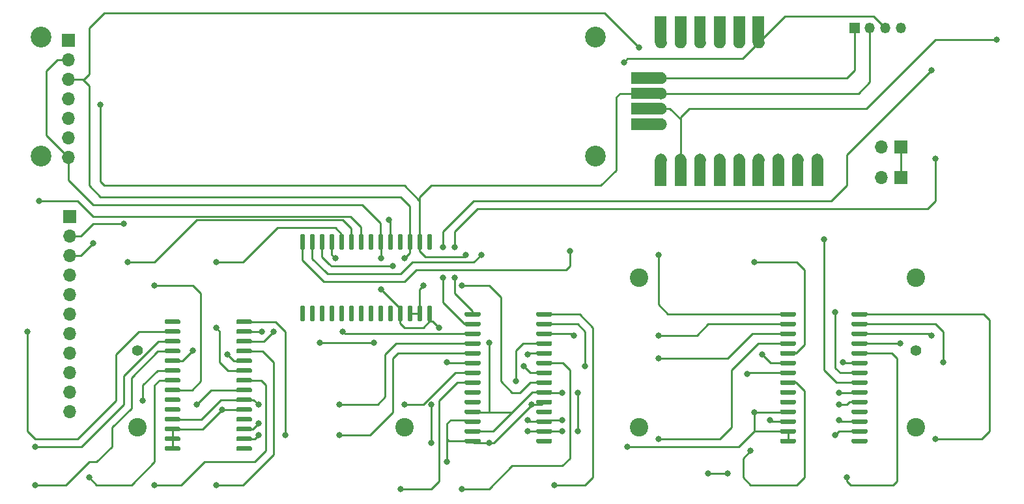
<source format=gbl>
%TF.GenerationSoftware,KiCad,Pcbnew,(5.1.8)-1*%
%TF.CreationDate,2021-11-23T00:18:45+09:00*%
%TF.ProjectId,pc1245,70633132-3435-42e6-9b69-6361645f7063,rev?*%
%TF.SameCoordinates,Original*%
%TF.FileFunction,Copper,L2,Bot*%
%TF.FilePolarity,Positive*%
%FSLAX46Y46*%
G04 Gerber Fmt 4.6, Leading zero omitted, Abs format (unit mm)*
G04 Created by KiCad (PCBNEW (5.1.8)-1) date 2021-11-23 00:18:45*
%MOMM*%
%LPD*%
G01*
G04 APERTURE LIST*
%TA.AperFunction,ComponentPad*%
%ADD10C,0.100000*%
%TD*%
%TA.AperFunction,ComponentPad*%
%ADD11R,1.700000X1.700000*%
%TD*%
%TA.AperFunction,ComponentPad*%
%ADD12O,1.700000X1.700000*%
%TD*%
%TA.AperFunction,SMDPad,CuDef*%
%ADD13R,1.700000X1.700000*%
%TD*%
%TA.AperFunction,SMDPad,CuDef*%
%ADD14O,1.700000X1.700000*%
%TD*%
%TA.AperFunction,ComponentPad*%
%ADD15R,1.350000X1.350000*%
%TD*%
%TA.AperFunction,ComponentPad*%
%ADD16O,1.350000X1.350000*%
%TD*%
%TA.AperFunction,ViaPad*%
%ADD17C,2.400000*%
%TD*%
%TA.AperFunction,ViaPad*%
%ADD18C,1.400000*%
%TD*%
%TA.AperFunction,ViaPad*%
%ADD19C,2.700000*%
%TD*%
%TA.AperFunction,ViaPad*%
%ADD20C,0.800000*%
%TD*%
%TA.AperFunction,Conductor*%
%ADD21C,0.250000*%
%TD*%
G04 APERTURE END LIST*
%TA.AperFunction,ComponentPad*%
D10*
%TO.P,M5Stamp,1*%
%TO.N,N/C*%
G36*
X182406247Y-84508191D02*
G01*
X182420836Y-84434849D01*
X182442543Y-84363290D01*
X182471160Y-84294203D01*
X182506411Y-84228254D01*
X182547956Y-84166077D01*
X182595395Y-84108272D01*
X182648272Y-84055395D01*
X182706077Y-84007956D01*
X182768254Y-83966411D01*
X182834203Y-83931160D01*
X182903290Y-83902543D01*
X182974849Y-83880836D01*
X183048191Y-83866247D01*
X183122610Y-83858918D01*
X183197390Y-83858918D01*
X183271809Y-83866247D01*
X183345151Y-83880836D01*
X183416710Y-83902543D01*
X183485797Y-83931160D01*
X183551746Y-83966411D01*
X183613923Y-84007956D01*
X183671728Y-84055395D01*
X183724605Y-84108272D01*
X183772044Y-84166077D01*
X183813589Y-84228254D01*
X183848840Y-84294203D01*
X183877457Y-84363290D01*
X183899164Y-84434849D01*
X183913753Y-84508191D01*
X183918218Y-84553524D01*
X183919086Y-84553786D01*
X183927735Y-84558397D01*
X183935318Y-84564608D01*
X183941544Y-84572178D01*
X183946174Y-84580818D01*
X183949029Y-84590194D01*
X183950000Y-84600000D01*
X183950000Y-88000000D01*
X183949039Y-88009755D01*
X183946194Y-88019134D01*
X183941573Y-88027779D01*
X183935355Y-88035355D01*
X183927779Y-88041573D01*
X183919134Y-88046194D01*
X183909755Y-88049039D01*
X183900000Y-88050000D01*
X182500000Y-88050000D01*
X182490245Y-88049039D01*
X182480866Y-88046194D01*
X182472221Y-88041573D01*
X182464645Y-88035355D01*
X182458427Y-88027779D01*
X182453806Y-88019134D01*
X182450961Y-88009755D01*
X182450000Y-88000000D01*
X182450000Y-84894713D01*
X182442543Y-84876710D01*
X182420836Y-84805151D01*
X182406247Y-84731809D01*
X182398918Y-84657390D01*
X182398918Y-84582610D01*
X182406247Y-84508191D01*
G37*
%TD.AperFunction*%
%TA.AperFunction,ComponentPad*%
%TO.P,M5Stamp,2*%
G36*
X179850961Y-84590245D02*
G01*
X179853806Y-84580866D01*
X179858427Y-84572221D01*
X179860147Y-84570126D01*
X179866247Y-84508191D01*
X179880836Y-84434849D01*
X179902543Y-84363290D01*
X179931160Y-84294203D01*
X179966411Y-84228254D01*
X180007956Y-84166077D01*
X180055395Y-84108272D01*
X180108272Y-84055395D01*
X180166077Y-84007956D01*
X180228254Y-83966411D01*
X180294203Y-83931160D01*
X180363290Y-83902543D01*
X180434849Y-83880836D01*
X180508191Y-83866247D01*
X180582610Y-83858918D01*
X180657390Y-83858918D01*
X180731809Y-83866247D01*
X180805151Y-83880836D01*
X180876710Y-83902543D01*
X180945797Y-83931160D01*
X181011746Y-83966411D01*
X181073923Y-84007956D01*
X181131728Y-84055395D01*
X181184605Y-84108272D01*
X181232044Y-84166077D01*
X181273589Y-84228254D01*
X181308840Y-84294203D01*
X181337457Y-84363290D01*
X181359164Y-84434849D01*
X181373753Y-84508191D01*
X181381082Y-84582610D01*
X181381082Y-84657390D01*
X181373753Y-84731809D01*
X181359164Y-84805151D01*
X181350000Y-84835361D01*
X181350000Y-88000000D01*
X181349039Y-88009755D01*
X181346194Y-88019134D01*
X181341573Y-88027779D01*
X181335355Y-88035355D01*
X181327779Y-88041573D01*
X181319134Y-88046194D01*
X181309755Y-88049039D01*
X181300000Y-88050000D01*
X179900000Y-88050000D01*
X179890245Y-88049039D01*
X179880866Y-88046194D01*
X179872221Y-88041573D01*
X179864645Y-88035355D01*
X179858427Y-88027779D01*
X179853806Y-88019134D01*
X179850961Y-88009755D01*
X179850000Y-88000000D01*
X179850000Y-84600000D01*
X179850961Y-84590245D01*
G37*
%TD.AperFunction*%
%TA.AperFunction,ComponentPad*%
%TO.P,M5Stamp,3*%
G36*
X177326247Y-84508191D02*
G01*
X177340836Y-84434849D01*
X177362543Y-84363290D01*
X177391160Y-84294203D01*
X177426411Y-84228254D01*
X177467956Y-84166077D01*
X177515395Y-84108272D01*
X177568272Y-84055395D01*
X177626077Y-84007956D01*
X177688254Y-83966411D01*
X177754203Y-83931160D01*
X177823290Y-83902543D01*
X177894849Y-83880836D01*
X177968191Y-83866247D01*
X178042610Y-83858918D01*
X178117390Y-83858918D01*
X178191809Y-83866247D01*
X178265151Y-83880836D01*
X178336710Y-83902543D01*
X178405797Y-83931160D01*
X178471746Y-83966411D01*
X178533923Y-84007956D01*
X178591728Y-84055395D01*
X178644605Y-84108272D01*
X178692044Y-84166077D01*
X178733589Y-84228254D01*
X178768840Y-84294203D01*
X178797457Y-84363290D01*
X178819164Y-84434849D01*
X178833753Y-84508191D01*
X178839852Y-84570121D01*
X178841544Y-84572178D01*
X178846174Y-84580818D01*
X178849029Y-84590194D01*
X178850000Y-84600000D01*
X178850000Y-88000000D01*
X178849039Y-88009755D01*
X178846194Y-88019134D01*
X178841573Y-88027779D01*
X178835355Y-88035355D01*
X178827779Y-88041573D01*
X178819134Y-88046194D01*
X178809755Y-88049039D01*
X178800000Y-88050000D01*
X177400000Y-88050000D01*
X177390245Y-88049039D01*
X177380866Y-88046194D01*
X177372221Y-88041573D01*
X177364645Y-88035355D01*
X177358427Y-88027779D01*
X177353806Y-88019134D01*
X177350961Y-88009755D01*
X177350000Y-88000000D01*
X177350000Y-84835361D01*
X177340836Y-84805151D01*
X177326247Y-84731809D01*
X177318918Y-84657390D01*
X177318918Y-84582610D01*
X177326247Y-84508191D01*
G37*
%TD.AperFunction*%
%TA.AperFunction,ComponentPad*%
%TO.P,M5Stamp,4*%
G36*
X174750961Y-84590245D02*
G01*
X174753806Y-84580866D01*
X174758427Y-84572221D01*
X174764645Y-84564645D01*
X174772221Y-84558427D01*
X174780866Y-84553806D01*
X174781782Y-84553528D01*
X174786247Y-84508191D01*
X174800836Y-84434849D01*
X174822543Y-84363290D01*
X174851160Y-84294203D01*
X174886411Y-84228254D01*
X174927956Y-84166077D01*
X174975395Y-84108272D01*
X175028272Y-84055395D01*
X175086077Y-84007956D01*
X175148254Y-83966411D01*
X175214203Y-83931160D01*
X175283290Y-83902543D01*
X175354849Y-83880836D01*
X175428191Y-83866247D01*
X175502610Y-83858918D01*
X175577390Y-83858918D01*
X175651809Y-83866247D01*
X175725151Y-83880836D01*
X175796710Y-83902543D01*
X175865797Y-83931160D01*
X175931746Y-83966411D01*
X175993923Y-84007956D01*
X176051728Y-84055395D01*
X176104605Y-84108272D01*
X176152044Y-84166077D01*
X176193589Y-84228254D01*
X176228840Y-84294203D01*
X176257457Y-84363290D01*
X176279164Y-84434849D01*
X176293753Y-84508191D01*
X176301082Y-84582610D01*
X176301082Y-84657390D01*
X176293753Y-84731809D01*
X176279164Y-84805151D01*
X176257457Y-84876710D01*
X176250000Y-84894713D01*
X176250000Y-88000000D01*
X176249039Y-88009755D01*
X176246194Y-88019134D01*
X176241573Y-88027779D01*
X176235355Y-88035355D01*
X176227779Y-88041573D01*
X176219134Y-88046194D01*
X176209755Y-88049039D01*
X176200000Y-88050000D01*
X174800000Y-88050000D01*
X174790245Y-88049039D01*
X174780866Y-88046194D01*
X174772221Y-88041573D01*
X174764645Y-88035355D01*
X174758427Y-88027779D01*
X174753806Y-88019134D01*
X174750961Y-88009755D01*
X174750000Y-88000000D01*
X174750000Y-84600000D01*
X174750961Y-84590245D01*
G37*
%TD.AperFunction*%
%TA.AperFunction,ComponentPad*%
%TO.P,M5Stamp,5*%
G36*
X172246247Y-84508191D02*
G01*
X172260836Y-84434849D01*
X172282543Y-84363290D01*
X172311160Y-84294203D01*
X172346411Y-84228254D01*
X172387956Y-84166077D01*
X172435395Y-84108272D01*
X172488272Y-84055395D01*
X172546077Y-84007956D01*
X172608254Y-83966411D01*
X172674203Y-83931160D01*
X172743290Y-83902543D01*
X172814849Y-83880836D01*
X172888191Y-83866247D01*
X172962610Y-83858918D01*
X173037390Y-83858918D01*
X173111809Y-83866247D01*
X173185151Y-83880836D01*
X173256710Y-83902543D01*
X173325797Y-83931160D01*
X173391746Y-83966411D01*
X173453923Y-84007956D01*
X173511728Y-84055395D01*
X173564605Y-84108272D01*
X173612044Y-84166077D01*
X173653589Y-84228254D01*
X173688840Y-84294203D01*
X173717457Y-84363290D01*
X173739164Y-84434849D01*
X173753753Y-84508191D01*
X173761082Y-84582610D01*
X173761082Y-84657390D01*
X173753753Y-84731809D01*
X173750000Y-84750676D01*
X173750000Y-88000000D01*
X173749039Y-88009755D01*
X173746194Y-88019134D01*
X173741573Y-88027779D01*
X173735355Y-88035355D01*
X173727779Y-88041573D01*
X173719134Y-88046194D01*
X173709755Y-88049039D01*
X173700000Y-88050000D01*
X172300000Y-88050000D01*
X172290245Y-88049039D01*
X172280866Y-88046194D01*
X172272221Y-88041573D01*
X172264645Y-88035355D01*
X172258427Y-88027779D01*
X172253806Y-88019134D01*
X172250961Y-88009755D01*
X172250000Y-88000000D01*
X172250000Y-84750676D01*
X172246247Y-84731809D01*
X172238918Y-84657390D01*
X172238918Y-84582610D01*
X172246247Y-84508191D01*
G37*
%TD.AperFunction*%
%TA.AperFunction,ComponentPad*%
%TO.P,M5Stamp,6*%
G36*
X169706247Y-84508191D02*
G01*
X169720836Y-84434849D01*
X169742543Y-84363290D01*
X169771160Y-84294203D01*
X169806411Y-84228254D01*
X169847956Y-84166077D01*
X169895395Y-84108272D01*
X169948272Y-84055395D01*
X170006077Y-84007956D01*
X170068254Y-83966411D01*
X170134203Y-83931160D01*
X170203290Y-83902543D01*
X170274849Y-83880836D01*
X170348191Y-83866247D01*
X170422610Y-83858918D01*
X170497390Y-83858918D01*
X170571809Y-83866247D01*
X170645151Y-83880836D01*
X170716710Y-83902543D01*
X170785797Y-83931160D01*
X170851746Y-83966411D01*
X170913923Y-84007956D01*
X170971728Y-84055395D01*
X171024605Y-84108272D01*
X171072044Y-84166077D01*
X171113589Y-84228254D01*
X171148840Y-84294203D01*
X171177457Y-84363290D01*
X171199164Y-84434849D01*
X171213753Y-84508191D01*
X171218218Y-84553524D01*
X171219086Y-84553786D01*
X171227735Y-84558397D01*
X171235318Y-84564608D01*
X171241544Y-84572178D01*
X171246174Y-84580818D01*
X171249029Y-84590194D01*
X171250000Y-84600000D01*
X171250000Y-88000000D01*
X171249039Y-88009755D01*
X171246194Y-88019134D01*
X171241573Y-88027779D01*
X171235355Y-88035355D01*
X171227779Y-88041573D01*
X171219134Y-88046194D01*
X171209755Y-88049039D01*
X171200000Y-88050000D01*
X169800000Y-88050000D01*
X169790245Y-88049039D01*
X169780866Y-88046194D01*
X169772221Y-88041573D01*
X169764645Y-88035355D01*
X169758427Y-88027779D01*
X169753806Y-88019134D01*
X169750961Y-88009755D01*
X169750000Y-88000000D01*
X169750000Y-84894713D01*
X169742543Y-84876710D01*
X169720836Y-84805151D01*
X169706247Y-84731809D01*
X169698918Y-84657390D01*
X169698918Y-84582610D01*
X169706247Y-84508191D01*
G37*
%TD.AperFunction*%
%TA.AperFunction,ComponentPad*%
%TO.P,M5Stamp,7*%
G36*
X167150961Y-84590245D02*
G01*
X167153806Y-84580866D01*
X167158427Y-84572221D01*
X167160147Y-84570126D01*
X167166247Y-84508191D01*
X167180836Y-84434849D01*
X167202543Y-84363290D01*
X167231160Y-84294203D01*
X167266411Y-84228254D01*
X167307956Y-84166077D01*
X167355395Y-84108272D01*
X167408272Y-84055395D01*
X167466077Y-84007956D01*
X167528254Y-83966411D01*
X167594203Y-83931160D01*
X167663290Y-83902543D01*
X167734849Y-83880836D01*
X167808191Y-83866247D01*
X167882610Y-83858918D01*
X167957390Y-83858918D01*
X168031809Y-83866247D01*
X168105151Y-83880836D01*
X168176710Y-83902543D01*
X168245797Y-83931160D01*
X168311746Y-83966411D01*
X168373923Y-84007956D01*
X168431728Y-84055395D01*
X168484605Y-84108272D01*
X168532044Y-84166077D01*
X168573589Y-84228254D01*
X168608840Y-84294203D01*
X168637457Y-84363290D01*
X168659164Y-84434849D01*
X168673753Y-84508191D01*
X168681082Y-84582610D01*
X168681082Y-84657390D01*
X168673753Y-84731809D01*
X168659164Y-84805151D01*
X168650000Y-84835361D01*
X168650000Y-88000000D01*
X168649039Y-88009755D01*
X168646194Y-88019134D01*
X168641573Y-88027779D01*
X168635355Y-88035355D01*
X168627779Y-88041573D01*
X168619134Y-88046194D01*
X168609755Y-88049039D01*
X168600000Y-88050000D01*
X167200000Y-88050000D01*
X167190245Y-88049039D01*
X167180866Y-88046194D01*
X167172221Y-88041573D01*
X167164645Y-88035355D01*
X167158427Y-88027779D01*
X167153806Y-88019134D01*
X167150961Y-88009755D01*
X167150000Y-88000000D01*
X167150000Y-84600000D01*
X167150961Y-84590245D01*
G37*
%TD.AperFunction*%
%TA.AperFunction,ComponentPad*%
%TO.P,M5Stamp,8*%
%TO.N,+5V*%
G36*
X164626247Y-84508191D02*
G01*
X164640836Y-84434849D01*
X164662543Y-84363290D01*
X164691160Y-84294203D01*
X164726411Y-84228254D01*
X164767956Y-84166077D01*
X164815395Y-84108272D01*
X164868272Y-84055395D01*
X164926077Y-84007956D01*
X164988254Y-83966411D01*
X165054203Y-83931160D01*
X165123290Y-83902543D01*
X165194849Y-83880836D01*
X165268191Y-83866247D01*
X165342610Y-83858918D01*
X165417390Y-83858918D01*
X165491809Y-83866247D01*
X165565151Y-83880836D01*
X165636710Y-83902543D01*
X165705797Y-83931160D01*
X165771746Y-83966411D01*
X165833923Y-84007956D01*
X165891728Y-84055395D01*
X165944605Y-84108272D01*
X165992044Y-84166077D01*
X166033589Y-84228254D01*
X166068840Y-84294203D01*
X166097457Y-84363290D01*
X166119164Y-84434849D01*
X166133753Y-84508191D01*
X166139852Y-84570121D01*
X166141544Y-84572178D01*
X166146174Y-84580818D01*
X166149029Y-84590194D01*
X166150000Y-84600000D01*
X166150000Y-88000000D01*
X166149039Y-88009755D01*
X166146194Y-88019134D01*
X166141573Y-88027779D01*
X166135355Y-88035355D01*
X166127779Y-88041573D01*
X166119134Y-88046194D01*
X166109755Y-88049039D01*
X166100000Y-88050000D01*
X164700000Y-88050000D01*
X164690245Y-88049039D01*
X164680866Y-88046194D01*
X164672221Y-88041573D01*
X164664645Y-88035355D01*
X164658427Y-88027779D01*
X164653806Y-88019134D01*
X164650961Y-88009755D01*
X164650000Y-88000000D01*
X164650000Y-84835361D01*
X164640836Y-84805151D01*
X164626247Y-84731809D01*
X164618918Y-84657390D01*
X164618918Y-84582610D01*
X164626247Y-84508191D01*
G37*
%TD.AperFunction*%
%TA.AperFunction,ComponentPad*%
%TO.P,M5Stamp,9*%
%TO.N,-BATT*%
G36*
X162050961Y-84590245D02*
G01*
X162053806Y-84580866D01*
X162058427Y-84572221D01*
X162064645Y-84564645D01*
X162072221Y-84558427D01*
X162080866Y-84553806D01*
X162081782Y-84553528D01*
X162086247Y-84508191D01*
X162100836Y-84434849D01*
X162122543Y-84363290D01*
X162151160Y-84294203D01*
X162186411Y-84228254D01*
X162227956Y-84166077D01*
X162275395Y-84108272D01*
X162328272Y-84055395D01*
X162386077Y-84007956D01*
X162448254Y-83966411D01*
X162514203Y-83931160D01*
X162583290Y-83902543D01*
X162654849Y-83880836D01*
X162728191Y-83866247D01*
X162802610Y-83858918D01*
X162877390Y-83858918D01*
X162951809Y-83866247D01*
X163025151Y-83880836D01*
X163096710Y-83902543D01*
X163165797Y-83931160D01*
X163231746Y-83966411D01*
X163293923Y-84007956D01*
X163351728Y-84055395D01*
X163404605Y-84108272D01*
X163452044Y-84166077D01*
X163493589Y-84228254D01*
X163528840Y-84294203D01*
X163557457Y-84363290D01*
X163579164Y-84434849D01*
X163593753Y-84508191D01*
X163601082Y-84582610D01*
X163601082Y-84657390D01*
X163593753Y-84731809D01*
X163579164Y-84805151D01*
X163557457Y-84876710D01*
X163550000Y-84894713D01*
X163550000Y-88000000D01*
X163549039Y-88009755D01*
X163546194Y-88019134D01*
X163541573Y-88027779D01*
X163535355Y-88035355D01*
X163527779Y-88041573D01*
X163519134Y-88046194D01*
X163509755Y-88049039D01*
X163500000Y-88050000D01*
X162100000Y-88050000D01*
X162090245Y-88049039D01*
X162080866Y-88046194D01*
X162072221Y-88041573D01*
X162064645Y-88035355D01*
X162058427Y-88027779D01*
X162053806Y-88019134D01*
X162050961Y-88009755D01*
X162050000Y-88000000D01*
X162050000Y-84600000D01*
X162050961Y-84590245D01*
G37*
%TD.AperFunction*%
%TA.AperFunction,ComponentPad*%
%TO.P,M5Stamp,10*%
G36*
X158950961Y-79290245D02*
G01*
X158953806Y-79280866D01*
X158958427Y-79272221D01*
X158964645Y-79264645D01*
X158972221Y-79258427D01*
X158980866Y-79253806D01*
X158990245Y-79250961D01*
X159000000Y-79250000D01*
X162699324Y-79250000D01*
X162718191Y-79246247D01*
X162792610Y-79238918D01*
X162867390Y-79238918D01*
X162941809Y-79246247D01*
X163015151Y-79260836D01*
X163086710Y-79282543D01*
X163155797Y-79311160D01*
X163221746Y-79346411D01*
X163283923Y-79387956D01*
X163341728Y-79435395D01*
X163394605Y-79488272D01*
X163442044Y-79546077D01*
X163483589Y-79608254D01*
X163518840Y-79674203D01*
X163547457Y-79743290D01*
X163569164Y-79814849D01*
X163583753Y-79888191D01*
X163591082Y-79962610D01*
X163591082Y-80037390D01*
X163583753Y-80111809D01*
X163569164Y-80185151D01*
X163547457Y-80256710D01*
X163518840Y-80325797D01*
X163483589Y-80391746D01*
X163442044Y-80453923D01*
X163394605Y-80511728D01*
X163341728Y-80564605D01*
X163283923Y-80612044D01*
X163221746Y-80653589D01*
X163155797Y-80688840D01*
X163086710Y-80717457D01*
X163015151Y-80739164D01*
X162941809Y-80753753D01*
X162867390Y-80761082D01*
X162792610Y-80761082D01*
X162718191Y-80753753D01*
X162699324Y-80750000D01*
X159000000Y-80750000D01*
X158990245Y-80749039D01*
X158980866Y-80746194D01*
X158972221Y-80741573D01*
X158964645Y-80735355D01*
X158958427Y-80727779D01*
X158953806Y-80719134D01*
X158950961Y-80709755D01*
X158950000Y-80700000D01*
X158950000Y-79300000D01*
X158950961Y-79290245D01*
G37*
%TD.AperFunction*%
%TA.AperFunction,ComponentPad*%
%TO.P,M5Stamp,11*%
%TO.N,+5V*%
G36*
X158950961Y-77290245D02*
G01*
X158953806Y-77280866D01*
X158958427Y-77272221D01*
X158964645Y-77264645D01*
X158972221Y-77258427D01*
X158980866Y-77253806D01*
X158990245Y-77250961D01*
X159000000Y-77250000D01*
X162699324Y-77250000D01*
X162718191Y-77246247D01*
X162792610Y-77238918D01*
X162867390Y-77238918D01*
X162941809Y-77246247D01*
X163015151Y-77260836D01*
X163086710Y-77282543D01*
X163155797Y-77311160D01*
X163221746Y-77346411D01*
X163283923Y-77387956D01*
X163341728Y-77435395D01*
X163394605Y-77488272D01*
X163442044Y-77546077D01*
X163483589Y-77608254D01*
X163518840Y-77674203D01*
X163547457Y-77743290D01*
X163569164Y-77814849D01*
X163583753Y-77888191D01*
X163591082Y-77962610D01*
X163591082Y-78037390D01*
X163583753Y-78111809D01*
X163569164Y-78185151D01*
X163547457Y-78256710D01*
X163518840Y-78325797D01*
X163483589Y-78391746D01*
X163442044Y-78453923D01*
X163394605Y-78511728D01*
X163341728Y-78564605D01*
X163283923Y-78612044D01*
X163221746Y-78653589D01*
X163155797Y-78688840D01*
X163086710Y-78717457D01*
X163015151Y-78739164D01*
X162941809Y-78753753D01*
X162867390Y-78761082D01*
X162792610Y-78761082D01*
X162718191Y-78753753D01*
X162699324Y-78750000D01*
X159000000Y-78750000D01*
X158990245Y-78749039D01*
X158980866Y-78746194D01*
X158972221Y-78741573D01*
X158964645Y-78735355D01*
X158958427Y-78727779D01*
X158953806Y-78719134D01*
X158950961Y-78709755D01*
X158950000Y-78700000D01*
X158950000Y-77300000D01*
X158950961Y-77290245D01*
G37*
%TD.AperFunction*%
%TA.AperFunction,ComponentPad*%
%TO.P,M5Stamp,12*%
%TO.N,Net-(J1-Pad2)*%
G36*
X158950961Y-75290245D02*
G01*
X158953806Y-75280866D01*
X158958427Y-75272221D01*
X158964645Y-75264645D01*
X158972221Y-75258427D01*
X158980866Y-75253806D01*
X158990245Y-75250961D01*
X159000000Y-75250000D01*
X162699324Y-75250000D01*
X162718191Y-75246247D01*
X162792610Y-75238918D01*
X162867390Y-75238918D01*
X162941809Y-75246247D01*
X163015151Y-75260836D01*
X163086710Y-75282543D01*
X163155797Y-75311160D01*
X163221746Y-75346411D01*
X163283923Y-75387956D01*
X163341728Y-75435395D01*
X163394605Y-75488272D01*
X163442044Y-75546077D01*
X163483589Y-75608254D01*
X163518840Y-75674203D01*
X163547457Y-75743290D01*
X163569164Y-75814849D01*
X163583753Y-75888191D01*
X163591082Y-75962610D01*
X163591082Y-76037390D01*
X163583753Y-76111809D01*
X163569164Y-76185151D01*
X163547457Y-76256710D01*
X163518840Y-76325797D01*
X163483589Y-76391746D01*
X163442044Y-76453923D01*
X163394605Y-76511728D01*
X163341728Y-76564605D01*
X163283923Y-76612044D01*
X163221746Y-76653589D01*
X163155797Y-76688840D01*
X163086710Y-76717457D01*
X163015151Y-76739164D01*
X162941809Y-76753753D01*
X162867390Y-76761082D01*
X162792610Y-76761082D01*
X162718191Y-76753753D01*
X162699324Y-76750000D01*
X159000000Y-76750000D01*
X158990245Y-76749039D01*
X158980866Y-76746194D01*
X158972221Y-76741573D01*
X158964645Y-76735355D01*
X158958427Y-76727779D01*
X158953806Y-76719134D01*
X158950961Y-76709755D01*
X158950000Y-76700000D01*
X158950000Y-75300000D01*
X158950961Y-75290245D01*
G37*
%TD.AperFunction*%
%TA.AperFunction,ComponentPad*%
%TO.P,M5Stamp,13*%
%TO.N,Net-(J1-Pad1)*%
G36*
X158950961Y-73290245D02*
G01*
X158953806Y-73280866D01*
X158958427Y-73272221D01*
X158964645Y-73264645D01*
X158972221Y-73258427D01*
X158980866Y-73253806D01*
X158990245Y-73250961D01*
X159000000Y-73250000D01*
X162699324Y-73250000D01*
X162718191Y-73246247D01*
X162792610Y-73238918D01*
X162867390Y-73238918D01*
X162941809Y-73246247D01*
X163015151Y-73260836D01*
X163086710Y-73282543D01*
X163155797Y-73311160D01*
X163221746Y-73346411D01*
X163283923Y-73387956D01*
X163341728Y-73435395D01*
X163394605Y-73488272D01*
X163442044Y-73546077D01*
X163483589Y-73608254D01*
X163518840Y-73674203D01*
X163547457Y-73743290D01*
X163569164Y-73814849D01*
X163583753Y-73888191D01*
X163591082Y-73962610D01*
X163591082Y-74037390D01*
X163583753Y-74111809D01*
X163569164Y-74185151D01*
X163547457Y-74256710D01*
X163518840Y-74325797D01*
X163483589Y-74391746D01*
X163442044Y-74453923D01*
X163394605Y-74511728D01*
X163341728Y-74564605D01*
X163283923Y-74612044D01*
X163221746Y-74653589D01*
X163155797Y-74688840D01*
X163086710Y-74717457D01*
X163015151Y-74739164D01*
X162941809Y-74753753D01*
X162867390Y-74761082D01*
X162792610Y-74761082D01*
X162718191Y-74753753D01*
X162699324Y-74750000D01*
X159000000Y-74750000D01*
X158990245Y-74749039D01*
X158980866Y-74746194D01*
X158972221Y-74741573D01*
X158964645Y-74735355D01*
X158958427Y-74727779D01*
X158953806Y-74719134D01*
X158950961Y-74709755D01*
X158950000Y-74700000D01*
X158950000Y-73300000D01*
X158950961Y-73290245D01*
G37*
%TD.AperFunction*%
%TA.AperFunction,ComponentPad*%
%TO.P,M5Stamp,14*%
%TO.N,-BATT*%
G36*
X162050961Y-65990245D02*
G01*
X162053806Y-65980866D01*
X162058427Y-65972221D01*
X162064645Y-65964645D01*
X162072221Y-65958427D01*
X162080866Y-65953806D01*
X162090245Y-65950961D01*
X162100000Y-65950000D01*
X163500000Y-65950000D01*
X163509755Y-65950961D01*
X163519134Y-65953806D01*
X163527779Y-65958427D01*
X163535355Y-65964645D01*
X163541573Y-65972221D01*
X163546194Y-65980866D01*
X163549039Y-65990245D01*
X163550000Y-66000000D01*
X163550000Y-69105287D01*
X163557457Y-69123290D01*
X163579164Y-69194849D01*
X163593753Y-69268191D01*
X163601082Y-69342610D01*
X163601082Y-69417390D01*
X163593753Y-69491809D01*
X163579164Y-69565151D01*
X163557457Y-69636710D01*
X163528840Y-69705797D01*
X163493589Y-69771746D01*
X163452044Y-69833923D01*
X163404605Y-69891728D01*
X163351728Y-69944605D01*
X163293923Y-69992044D01*
X163231746Y-70033589D01*
X163165797Y-70068840D01*
X163096710Y-70097457D01*
X163025151Y-70119164D01*
X162951809Y-70133753D01*
X162877390Y-70141082D01*
X162802610Y-70141082D01*
X162728191Y-70133753D01*
X162654849Y-70119164D01*
X162583290Y-70097457D01*
X162514203Y-70068840D01*
X162448254Y-70033589D01*
X162386077Y-69992044D01*
X162328272Y-69944605D01*
X162275395Y-69891728D01*
X162227956Y-69833923D01*
X162186411Y-69771746D01*
X162151160Y-69705797D01*
X162122543Y-69636710D01*
X162100836Y-69565151D01*
X162086247Y-69491809D01*
X162081782Y-69446476D01*
X162080914Y-69446214D01*
X162072265Y-69441603D01*
X162064682Y-69435392D01*
X162058456Y-69427822D01*
X162053826Y-69419182D01*
X162050971Y-69409806D01*
X162050000Y-69400000D01*
X162050000Y-66000000D01*
X162050961Y-65990245D01*
G37*
%TD.AperFunction*%
%TA.AperFunction,ComponentPad*%
%TO.P,M5Stamp,15*%
%TO.N,N/C*%
G36*
X164626247Y-69268191D02*
G01*
X164640836Y-69194849D01*
X164650000Y-69164639D01*
X164650000Y-66000000D01*
X164650961Y-65990245D01*
X164653806Y-65980866D01*
X164658427Y-65972221D01*
X164664645Y-65964645D01*
X164672221Y-65958427D01*
X164680866Y-65953806D01*
X164690245Y-65950961D01*
X164700000Y-65950000D01*
X166100000Y-65950000D01*
X166109755Y-65950961D01*
X166119134Y-65953806D01*
X166127779Y-65958427D01*
X166135355Y-65964645D01*
X166141573Y-65972221D01*
X166146194Y-65980866D01*
X166149039Y-65990245D01*
X166150000Y-66000000D01*
X166150000Y-69400000D01*
X166149039Y-69409755D01*
X166146194Y-69419134D01*
X166141573Y-69427779D01*
X166139853Y-69429874D01*
X166133753Y-69491809D01*
X166119164Y-69565151D01*
X166097457Y-69636710D01*
X166068840Y-69705797D01*
X166033589Y-69771746D01*
X165992044Y-69833923D01*
X165944605Y-69891728D01*
X165891728Y-69944605D01*
X165833923Y-69992044D01*
X165771746Y-70033589D01*
X165705797Y-70068840D01*
X165636710Y-70097457D01*
X165565151Y-70119164D01*
X165491809Y-70133753D01*
X165417390Y-70141082D01*
X165342610Y-70141082D01*
X165268191Y-70133753D01*
X165194849Y-70119164D01*
X165123290Y-70097457D01*
X165054203Y-70068840D01*
X164988254Y-70033589D01*
X164926077Y-69992044D01*
X164868272Y-69944605D01*
X164815395Y-69891728D01*
X164767956Y-69833923D01*
X164726411Y-69771746D01*
X164691160Y-69705797D01*
X164662543Y-69636710D01*
X164640836Y-69565151D01*
X164626247Y-69491809D01*
X164618918Y-69417390D01*
X164618918Y-69342610D01*
X164626247Y-69268191D01*
G37*
%TD.AperFunction*%
%TA.AperFunction,ComponentPad*%
%TO.P,M5Stamp,16*%
G36*
X167150961Y-65990245D02*
G01*
X167153806Y-65980866D01*
X167158427Y-65972221D01*
X167164645Y-65964645D01*
X167172221Y-65958427D01*
X167180866Y-65953806D01*
X167190245Y-65950961D01*
X167200000Y-65950000D01*
X168600000Y-65950000D01*
X168609755Y-65950961D01*
X168619134Y-65953806D01*
X168627779Y-65958427D01*
X168635355Y-65964645D01*
X168641573Y-65972221D01*
X168646194Y-65980866D01*
X168649039Y-65990245D01*
X168650000Y-66000000D01*
X168650000Y-69164639D01*
X168659164Y-69194849D01*
X168673753Y-69268191D01*
X168681082Y-69342610D01*
X168681082Y-69417390D01*
X168673753Y-69491809D01*
X168659164Y-69565151D01*
X168637457Y-69636710D01*
X168608840Y-69705797D01*
X168573589Y-69771746D01*
X168532044Y-69833923D01*
X168484605Y-69891728D01*
X168431728Y-69944605D01*
X168373923Y-69992044D01*
X168311746Y-70033589D01*
X168245797Y-70068840D01*
X168176710Y-70097457D01*
X168105151Y-70119164D01*
X168031809Y-70133753D01*
X167957390Y-70141082D01*
X167882610Y-70141082D01*
X167808191Y-70133753D01*
X167734849Y-70119164D01*
X167663290Y-70097457D01*
X167594203Y-70068840D01*
X167528254Y-70033589D01*
X167466077Y-69992044D01*
X167408272Y-69944605D01*
X167355395Y-69891728D01*
X167307956Y-69833923D01*
X167266411Y-69771746D01*
X167231160Y-69705797D01*
X167202543Y-69636710D01*
X167180836Y-69565151D01*
X167166247Y-69491809D01*
X167160148Y-69429879D01*
X167158456Y-69427822D01*
X167153826Y-69419182D01*
X167150971Y-69409806D01*
X167150000Y-69400000D01*
X167150000Y-66000000D01*
X167150961Y-65990245D01*
G37*
%TD.AperFunction*%
%TA.AperFunction,ComponentPad*%
%TO.P,M5Stamp,17*%
G36*
X169706247Y-69268191D02*
G01*
X169720836Y-69194849D01*
X169742543Y-69123290D01*
X169750000Y-69105287D01*
X169750000Y-66000000D01*
X169750961Y-65990245D01*
X169753806Y-65980866D01*
X169758427Y-65972221D01*
X169764645Y-65964645D01*
X169772221Y-65958427D01*
X169780866Y-65953806D01*
X169790245Y-65950961D01*
X169800000Y-65950000D01*
X171200000Y-65950000D01*
X171209755Y-65950961D01*
X171219134Y-65953806D01*
X171227779Y-65958427D01*
X171235355Y-65964645D01*
X171241573Y-65972221D01*
X171246194Y-65980866D01*
X171249039Y-65990245D01*
X171250000Y-66000000D01*
X171250000Y-69400000D01*
X171249039Y-69409755D01*
X171246194Y-69419134D01*
X171241573Y-69427779D01*
X171235355Y-69435355D01*
X171227779Y-69441573D01*
X171219134Y-69446194D01*
X171218218Y-69446472D01*
X171213753Y-69491809D01*
X171199164Y-69565151D01*
X171177457Y-69636710D01*
X171148840Y-69705797D01*
X171113589Y-69771746D01*
X171072044Y-69833923D01*
X171024605Y-69891728D01*
X170971728Y-69944605D01*
X170913923Y-69992044D01*
X170851746Y-70033589D01*
X170785797Y-70068840D01*
X170716710Y-70097457D01*
X170645151Y-70119164D01*
X170571809Y-70133753D01*
X170497390Y-70141082D01*
X170422610Y-70141082D01*
X170348191Y-70133753D01*
X170274849Y-70119164D01*
X170203290Y-70097457D01*
X170134203Y-70068840D01*
X170068254Y-70033589D01*
X170006077Y-69992044D01*
X169948272Y-69944605D01*
X169895395Y-69891728D01*
X169847956Y-69833923D01*
X169806411Y-69771746D01*
X169771160Y-69705797D01*
X169742543Y-69636710D01*
X169720836Y-69565151D01*
X169706247Y-69491809D01*
X169698918Y-69417390D01*
X169698918Y-69342610D01*
X169706247Y-69268191D01*
G37*
%TD.AperFunction*%
%TA.AperFunction,ComponentPad*%
%TO.P,M5Stamp,18*%
G36*
X172246247Y-69268191D02*
G01*
X172250000Y-69249324D01*
X172250000Y-66000000D01*
X172250961Y-65990245D01*
X172253806Y-65980866D01*
X172258427Y-65972221D01*
X172264645Y-65964645D01*
X172272221Y-65958427D01*
X172280866Y-65953806D01*
X172290245Y-65950961D01*
X172300000Y-65950000D01*
X173700000Y-65950000D01*
X173709755Y-65950961D01*
X173719134Y-65953806D01*
X173727779Y-65958427D01*
X173735355Y-65964645D01*
X173741573Y-65972221D01*
X173746194Y-65980866D01*
X173749039Y-65990245D01*
X173750000Y-66000000D01*
X173750000Y-69249324D01*
X173753753Y-69268191D01*
X173761082Y-69342610D01*
X173761082Y-69417390D01*
X173753753Y-69491809D01*
X173739164Y-69565151D01*
X173717457Y-69636710D01*
X173688840Y-69705797D01*
X173653589Y-69771746D01*
X173612044Y-69833923D01*
X173564605Y-69891728D01*
X173511728Y-69944605D01*
X173453923Y-69992044D01*
X173391746Y-70033589D01*
X173325797Y-70068840D01*
X173256710Y-70097457D01*
X173185151Y-70119164D01*
X173111809Y-70133753D01*
X173037390Y-70141082D01*
X172962610Y-70141082D01*
X172888191Y-70133753D01*
X172814849Y-70119164D01*
X172743290Y-70097457D01*
X172674203Y-70068840D01*
X172608254Y-70033589D01*
X172546077Y-69992044D01*
X172488272Y-69944605D01*
X172435395Y-69891728D01*
X172387956Y-69833923D01*
X172346411Y-69771746D01*
X172311160Y-69705797D01*
X172282543Y-69636710D01*
X172260836Y-69565151D01*
X172246247Y-69491809D01*
X172238918Y-69417390D01*
X172238918Y-69342610D01*
X172246247Y-69268191D01*
G37*
%TD.AperFunction*%
%TA.AperFunction,ComponentPad*%
%TO.P,M5Stamp,19*%
%TO.N,+3V3*%
G36*
X174750961Y-65990245D02*
G01*
X174753806Y-65980866D01*
X174758427Y-65972221D01*
X174764645Y-65964645D01*
X174772221Y-65958427D01*
X174780866Y-65953806D01*
X174790245Y-65950961D01*
X174800000Y-65950000D01*
X176200000Y-65950000D01*
X176209755Y-65950961D01*
X176219134Y-65953806D01*
X176227779Y-65958427D01*
X176235355Y-65964645D01*
X176241573Y-65972221D01*
X176246194Y-65980866D01*
X176249039Y-65990245D01*
X176250000Y-66000000D01*
X176250000Y-69105287D01*
X176257457Y-69123290D01*
X176279164Y-69194849D01*
X176293753Y-69268191D01*
X176301082Y-69342610D01*
X176301082Y-69417390D01*
X176293753Y-69491809D01*
X176279164Y-69565151D01*
X176257457Y-69636710D01*
X176228840Y-69705797D01*
X176193589Y-69771746D01*
X176152044Y-69833923D01*
X176104605Y-69891728D01*
X176051728Y-69944605D01*
X175993923Y-69992044D01*
X175931746Y-70033589D01*
X175865797Y-70068840D01*
X175796710Y-70097457D01*
X175725151Y-70119164D01*
X175651809Y-70133753D01*
X175577390Y-70141082D01*
X175502610Y-70141082D01*
X175428191Y-70133753D01*
X175354849Y-70119164D01*
X175283290Y-70097457D01*
X175214203Y-70068840D01*
X175148254Y-70033589D01*
X175086077Y-69992044D01*
X175028272Y-69944605D01*
X174975395Y-69891728D01*
X174927956Y-69833923D01*
X174886411Y-69771746D01*
X174851160Y-69705797D01*
X174822543Y-69636710D01*
X174800836Y-69565151D01*
X174786247Y-69491809D01*
X174781782Y-69446476D01*
X174780914Y-69446214D01*
X174772265Y-69441603D01*
X174764682Y-69435392D01*
X174758456Y-69427822D01*
X174753826Y-69419182D01*
X174750971Y-69409806D01*
X174750000Y-69400000D01*
X174750000Y-66000000D01*
X174750961Y-65990245D01*
G37*
%TD.AperFunction*%
%TD*%
D11*
%TO.P,BATT,1*%
%TO.N,Net-(D1-Pad1)*%
X194000000Y-83000000D03*
D12*
%TO.P,BATT,2*%
%TO.N,-BATT*%
X191460000Y-83000000D03*
%TD*%
%TO.P,U1,28*%
%TO.N,N/C*%
%TA.AperFunction,SMDPad,CuDef*%
G36*
G01*
X100375000Y-105595000D02*
X100375000Y-105895000D01*
G75*
G02*
X100225000Y-106045000I-150000J0D01*
G01*
X98475000Y-106045000D01*
G75*
G02*
X98325000Y-105895000I0J150000D01*
G01*
X98325000Y-105595000D01*
G75*
G02*
X98475000Y-105445000I150000J0D01*
G01*
X100225000Y-105445000D01*
G75*
G02*
X100375000Y-105595000I0J-150000D01*
G01*
G37*
%TD.AperFunction*%
%TO.P,U1,27*%
%TO.N,Net-(SW2-Pad1)*%
%TA.AperFunction,SMDPad,CuDef*%
G36*
G01*
X100375000Y-106865000D02*
X100375000Y-107165000D01*
G75*
G02*
X100225000Y-107315000I-150000J0D01*
G01*
X98475000Y-107315000D01*
G75*
G02*
X98325000Y-107165000I0J150000D01*
G01*
X98325000Y-106865000D01*
G75*
G02*
X98475000Y-106715000I150000J0D01*
G01*
X100225000Y-106715000D01*
G75*
G02*
X100375000Y-106865000I0J-150000D01*
G01*
G37*
%TD.AperFunction*%
%TO.P,U1,26*%
%TO.N,Net-(SW3-Pad1)*%
%TA.AperFunction,SMDPad,CuDef*%
G36*
G01*
X100375000Y-108135000D02*
X100375000Y-108435000D01*
G75*
G02*
X100225000Y-108585000I-150000J0D01*
G01*
X98475000Y-108585000D01*
G75*
G02*
X98325000Y-108435000I0J150000D01*
G01*
X98325000Y-108135000D01*
G75*
G02*
X98475000Y-107985000I150000J0D01*
G01*
X100225000Y-107985000D01*
G75*
G02*
X100375000Y-108135000I0J-150000D01*
G01*
G37*
%TD.AperFunction*%
%TO.P,U1,25*%
%TO.N,Net-(SW4-Pad1)*%
%TA.AperFunction,SMDPad,CuDef*%
G36*
G01*
X100375000Y-109405000D02*
X100375000Y-109705000D01*
G75*
G02*
X100225000Y-109855000I-150000J0D01*
G01*
X98475000Y-109855000D01*
G75*
G02*
X98325000Y-109705000I0J150000D01*
G01*
X98325000Y-109405000D01*
G75*
G02*
X98475000Y-109255000I150000J0D01*
G01*
X100225000Y-109255000D01*
G75*
G02*
X100375000Y-109405000I0J-150000D01*
G01*
G37*
%TD.AperFunction*%
%TO.P,U1,24*%
%TO.N,Net-(SW5-Pad1)*%
%TA.AperFunction,SMDPad,CuDef*%
G36*
G01*
X100375000Y-110675000D02*
X100375000Y-110975000D01*
G75*
G02*
X100225000Y-111125000I-150000J0D01*
G01*
X98475000Y-111125000D01*
G75*
G02*
X98325000Y-110975000I0J150000D01*
G01*
X98325000Y-110675000D01*
G75*
G02*
X98475000Y-110525000I150000J0D01*
G01*
X100225000Y-110525000D01*
G75*
G02*
X100375000Y-110675000I0J-150000D01*
G01*
G37*
%TD.AperFunction*%
%TO.P,U1,23*%
%TO.N,Net-(SW6-Pad1)*%
%TA.AperFunction,SMDPad,CuDef*%
G36*
G01*
X100375000Y-111945000D02*
X100375000Y-112245000D01*
G75*
G02*
X100225000Y-112395000I-150000J0D01*
G01*
X98475000Y-112395000D01*
G75*
G02*
X98325000Y-112245000I0J150000D01*
G01*
X98325000Y-111945000D01*
G75*
G02*
X98475000Y-111795000I150000J0D01*
G01*
X100225000Y-111795000D01*
G75*
G02*
X100375000Y-111945000I0J-150000D01*
G01*
G37*
%TD.AperFunction*%
%TO.P,U1,22*%
%TO.N,Net-(SW7-Pad1)*%
%TA.AperFunction,SMDPad,CuDef*%
G36*
G01*
X100375000Y-113215000D02*
X100375000Y-113515000D01*
G75*
G02*
X100225000Y-113665000I-150000J0D01*
G01*
X98475000Y-113665000D01*
G75*
G02*
X98325000Y-113515000I0J150000D01*
G01*
X98325000Y-113215000D01*
G75*
G02*
X98475000Y-113065000I150000J0D01*
G01*
X100225000Y-113065000D01*
G75*
G02*
X100375000Y-113215000I0J-150000D01*
G01*
G37*
%TD.AperFunction*%
%TO.P,U1,21*%
%TO.N,Net-(SW9-Pad1)*%
%TA.AperFunction,SMDPad,CuDef*%
G36*
G01*
X100375000Y-114485000D02*
X100375000Y-114785000D01*
G75*
G02*
X100225000Y-114935000I-150000J0D01*
G01*
X98475000Y-114935000D01*
G75*
G02*
X98325000Y-114785000I0J150000D01*
G01*
X98325000Y-114485000D01*
G75*
G02*
X98475000Y-114335000I150000J0D01*
G01*
X100225000Y-114335000D01*
G75*
G02*
X100375000Y-114485000I0J-150000D01*
G01*
G37*
%TD.AperFunction*%
%TO.P,U1,20*%
%TO.N,N/C*%
%TA.AperFunction,SMDPad,CuDef*%
G36*
G01*
X100375000Y-115755000D02*
X100375000Y-116055000D01*
G75*
G02*
X100225000Y-116205000I-150000J0D01*
G01*
X98475000Y-116205000D01*
G75*
G02*
X98325000Y-116055000I0J150000D01*
G01*
X98325000Y-115755000D01*
G75*
G02*
X98475000Y-115605000I150000J0D01*
G01*
X100225000Y-115605000D01*
G75*
G02*
X100375000Y-115755000I0J-150000D01*
G01*
G37*
%TD.AperFunction*%
%TO.P,U1,19*%
%TA.AperFunction,SMDPad,CuDef*%
G36*
G01*
X100375000Y-117025000D02*
X100375000Y-117325000D01*
G75*
G02*
X100225000Y-117475000I-150000J0D01*
G01*
X98475000Y-117475000D01*
G75*
G02*
X98325000Y-117325000I0J150000D01*
G01*
X98325000Y-117025000D01*
G75*
G02*
X98475000Y-116875000I150000J0D01*
G01*
X100225000Y-116875000D01*
G75*
G02*
X100375000Y-117025000I0J-150000D01*
G01*
G37*
%TD.AperFunction*%
%TO.P,U1,18*%
%TO.N,+3V3*%
%TA.AperFunction,SMDPad,CuDef*%
G36*
G01*
X100375000Y-118295000D02*
X100375000Y-118595000D01*
G75*
G02*
X100225000Y-118745000I-150000J0D01*
G01*
X98475000Y-118745000D01*
G75*
G02*
X98325000Y-118595000I0J150000D01*
G01*
X98325000Y-118295000D01*
G75*
G02*
X98475000Y-118145000I150000J0D01*
G01*
X100225000Y-118145000D01*
G75*
G02*
X100375000Y-118295000I0J-150000D01*
G01*
G37*
%TD.AperFunction*%
%TO.P,U1,17*%
%TO.N,-BATT*%
%TA.AperFunction,SMDPad,CuDef*%
G36*
G01*
X100375000Y-119565000D02*
X100375000Y-119865000D01*
G75*
G02*
X100225000Y-120015000I-150000J0D01*
G01*
X98475000Y-120015000D01*
G75*
G02*
X98325000Y-119865000I0J150000D01*
G01*
X98325000Y-119565000D01*
G75*
G02*
X98475000Y-119415000I150000J0D01*
G01*
X100225000Y-119415000D01*
G75*
G02*
X100375000Y-119565000I0J-150000D01*
G01*
G37*
%TD.AperFunction*%
%TO.P,U1,16*%
%TA.AperFunction,SMDPad,CuDef*%
G36*
G01*
X100375000Y-120835000D02*
X100375000Y-121135000D01*
G75*
G02*
X100225000Y-121285000I-150000J0D01*
G01*
X98475000Y-121285000D01*
G75*
G02*
X98325000Y-121135000I0J150000D01*
G01*
X98325000Y-120835000D01*
G75*
G02*
X98475000Y-120685000I150000J0D01*
G01*
X100225000Y-120685000D01*
G75*
G02*
X100375000Y-120835000I0J-150000D01*
G01*
G37*
%TD.AperFunction*%
%TO.P,U1,15*%
%TA.AperFunction,SMDPad,CuDef*%
G36*
G01*
X100375000Y-122105000D02*
X100375000Y-122405000D01*
G75*
G02*
X100225000Y-122555000I-150000J0D01*
G01*
X98475000Y-122555000D01*
G75*
G02*
X98325000Y-122405000I0J150000D01*
G01*
X98325000Y-122105000D01*
G75*
G02*
X98475000Y-121955000I150000J0D01*
G01*
X100225000Y-121955000D01*
G75*
G02*
X100375000Y-122105000I0J-150000D01*
G01*
G37*
%TD.AperFunction*%
%TO.P,U1,14*%
%TO.N,N/C*%
%TA.AperFunction,SMDPad,CuDef*%
G36*
G01*
X109675000Y-122105000D02*
X109675000Y-122405000D01*
G75*
G02*
X109525000Y-122555000I-150000J0D01*
G01*
X107775000Y-122555000D01*
G75*
G02*
X107625000Y-122405000I0J150000D01*
G01*
X107625000Y-122105000D01*
G75*
G02*
X107775000Y-121955000I150000J0D01*
G01*
X109525000Y-121955000D01*
G75*
G02*
X109675000Y-122105000I0J-150000D01*
G01*
G37*
%TD.AperFunction*%
%TO.P,U1,13*%
%TO.N,Net-(J1-Pad2)*%
%TA.AperFunction,SMDPad,CuDef*%
G36*
G01*
X109675000Y-120835000D02*
X109675000Y-121135000D01*
G75*
G02*
X109525000Y-121285000I-150000J0D01*
G01*
X107775000Y-121285000D01*
G75*
G02*
X107625000Y-121135000I0J150000D01*
G01*
X107625000Y-120835000D01*
G75*
G02*
X107775000Y-120685000I150000J0D01*
G01*
X109525000Y-120685000D01*
G75*
G02*
X109675000Y-120835000I0J-150000D01*
G01*
G37*
%TD.AperFunction*%
%TO.P,U1,12*%
%TO.N,Net-(J1-Pad1)*%
%TA.AperFunction,SMDPad,CuDef*%
G36*
G01*
X109675000Y-119565000D02*
X109675000Y-119865000D01*
G75*
G02*
X109525000Y-120015000I-150000J0D01*
G01*
X107775000Y-120015000D01*
G75*
G02*
X107625000Y-119865000I0J150000D01*
G01*
X107625000Y-119565000D01*
G75*
G02*
X107775000Y-119415000I150000J0D01*
G01*
X109525000Y-119415000D01*
G75*
G02*
X109675000Y-119565000I0J-150000D01*
G01*
G37*
%TD.AperFunction*%
%TO.P,U1,11*%
%TO.N,N/C*%
%TA.AperFunction,SMDPad,CuDef*%
G36*
G01*
X109675000Y-118295000D02*
X109675000Y-118595000D01*
G75*
G02*
X109525000Y-118745000I-150000J0D01*
G01*
X107775000Y-118745000D01*
G75*
G02*
X107625000Y-118595000I0J150000D01*
G01*
X107625000Y-118295000D01*
G75*
G02*
X107775000Y-118145000I150000J0D01*
G01*
X109525000Y-118145000D01*
G75*
G02*
X109675000Y-118295000I0J-150000D01*
G01*
G37*
%TD.AperFunction*%
%TO.P,U1,10*%
%TO.N,-BATT*%
%TA.AperFunction,SMDPad,CuDef*%
G36*
G01*
X109675000Y-117025000D02*
X109675000Y-117325000D01*
G75*
G02*
X109525000Y-117475000I-150000J0D01*
G01*
X107775000Y-117475000D01*
G75*
G02*
X107625000Y-117325000I0J150000D01*
G01*
X107625000Y-117025000D01*
G75*
G02*
X107775000Y-116875000I150000J0D01*
G01*
X109525000Y-116875000D01*
G75*
G02*
X109675000Y-117025000I0J-150000D01*
G01*
G37*
%TD.AperFunction*%
%TO.P,U1,9*%
%TO.N,+3V3*%
%TA.AperFunction,SMDPad,CuDef*%
G36*
G01*
X109675000Y-115755000D02*
X109675000Y-116055000D01*
G75*
G02*
X109525000Y-116205000I-150000J0D01*
G01*
X107775000Y-116205000D01*
G75*
G02*
X107625000Y-116055000I0J150000D01*
G01*
X107625000Y-115755000D01*
G75*
G02*
X107775000Y-115605000I150000J0D01*
G01*
X109525000Y-115605000D01*
G75*
G02*
X109675000Y-115755000I0J-150000D01*
G01*
G37*
%TD.AperFunction*%
%TO.P,U1,8*%
%TO.N,Net-(SW10-Pad1)*%
%TA.AperFunction,SMDPad,CuDef*%
G36*
G01*
X109675000Y-114485000D02*
X109675000Y-114785000D01*
G75*
G02*
X109525000Y-114935000I-150000J0D01*
G01*
X107775000Y-114935000D01*
G75*
G02*
X107625000Y-114785000I0J150000D01*
G01*
X107625000Y-114485000D01*
G75*
G02*
X107775000Y-114335000I150000J0D01*
G01*
X109525000Y-114335000D01*
G75*
G02*
X109675000Y-114485000I0J-150000D01*
G01*
G37*
%TD.AperFunction*%
%TO.P,U1,7*%
%TO.N,Net-(SW11-Pad1)*%
%TA.AperFunction,SMDPad,CuDef*%
G36*
G01*
X109675000Y-113215000D02*
X109675000Y-113515000D01*
G75*
G02*
X109525000Y-113665000I-150000J0D01*
G01*
X107775000Y-113665000D01*
G75*
G02*
X107625000Y-113515000I0J150000D01*
G01*
X107625000Y-113215000D01*
G75*
G02*
X107775000Y-113065000I150000J0D01*
G01*
X109525000Y-113065000D01*
G75*
G02*
X109675000Y-113215000I0J-150000D01*
G01*
G37*
%TD.AperFunction*%
%TO.P,U1,6*%
%TO.N,Net-(SW13-Pad1)*%
%TA.AperFunction,SMDPad,CuDef*%
G36*
G01*
X109675000Y-111945000D02*
X109675000Y-112245000D01*
G75*
G02*
X109525000Y-112395000I-150000J0D01*
G01*
X107775000Y-112395000D01*
G75*
G02*
X107625000Y-112245000I0J150000D01*
G01*
X107625000Y-111945000D01*
G75*
G02*
X107775000Y-111795000I150000J0D01*
G01*
X109525000Y-111795000D01*
G75*
G02*
X109675000Y-111945000I0J-150000D01*
G01*
G37*
%TD.AperFunction*%
%TO.P,U1,5*%
%TO.N,Net-(SW14-Pad1)*%
%TA.AperFunction,SMDPad,CuDef*%
G36*
G01*
X109675000Y-110675000D02*
X109675000Y-110975000D01*
G75*
G02*
X109525000Y-111125000I-150000J0D01*
G01*
X107775000Y-111125000D01*
G75*
G02*
X107625000Y-110975000I0J150000D01*
G01*
X107625000Y-110675000D01*
G75*
G02*
X107775000Y-110525000I150000J0D01*
G01*
X109525000Y-110525000D01*
G75*
G02*
X109675000Y-110675000I0J-150000D01*
G01*
G37*
%TD.AperFunction*%
%TO.P,U1,4*%
%TO.N,Net-(SW15-Pad1)*%
%TA.AperFunction,SMDPad,CuDef*%
G36*
G01*
X109675000Y-109405000D02*
X109675000Y-109705000D01*
G75*
G02*
X109525000Y-109855000I-150000J0D01*
G01*
X107775000Y-109855000D01*
G75*
G02*
X107625000Y-109705000I0J150000D01*
G01*
X107625000Y-109405000D01*
G75*
G02*
X107775000Y-109255000I150000J0D01*
G01*
X109525000Y-109255000D01*
G75*
G02*
X109675000Y-109405000I0J-150000D01*
G01*
G37*
%TD.AperFunction*%
%TO.P,U1,3*%
%TO.N,Net-(SW16-Pad1)*%
%TA.AperFunction,SMDPad,CuDef*%
G36*
G01*
X109675000Y-108135000D02*
X109675000Y-108435000D01*
G75*
G02*
X109525000Y-108585000I-150000J0D01*
G01*
X107775000Y-108585000D01*
G75*
G02*
X107625000Y-108435000I0J150000D01*
G01*
X107625000Y-108135000D01*
G75*
G02*
X107775000Y-107985000I150000J0D01*
G01*
X109525000Y-107985000D01*
G75*
G02*
X109675000Y-108135000I0J-150000D01*
G01*
G37*
%TD.AperFunction*%
%TO.P,U1,2*%
%TO.N,Net-(SW17-Pad1)*%
%TA.AperFunction,SMDPad,CuDef*%
G36*
G01*
X109675000Y-106865000D02*
X109675000Y-107165000D01*
G75*
G02*
X109525000Y-107315000I-150000J0D01*
G01*
X107775000Y-107315000D01*
G75*
G02*
X107625000Y-107165000I0J150000D01*
G01*
X107625000Y-106865000D01*
G75*
G02*
X107775000Y-106715000I150000J0D01*
G01*
X109525000Y-106715000D01*
G75*
G02*
X109675000Y-106865000I0J-150000D01*
G01*
G37*
%TD.AperFunction*%
%TO.P,U1,1*%
%TO.N,Net-(SW18-Pad1)*%
%TA.AperFunction,SMDPad,CuDef*%
G36*
G01*
X109675000Y-105595000D02*
X109675000Y-105895000D01*
G75*
G02*
X109525000Y-106045000I-150000J0D01*
G01*
X107775000Y-106045000D01*
G75*
G02*
X107625000Y-105895000I0J150000D01*
G01*
X107625000Y-105595000D01*
G75*
G02*
X107775000Y-105445000I150000J0D01*
G01*
X109525000Y-105445000D01*
G75*
G02*
X109675000Y-105595000I0J-150000D01*
G01*
G37*
%TD.AperFunction*%
%TD*%
%TO.P,U2,1*%
%TO.N,Net-(SW34-Pad1)*%
%TA.AperFunction,SMDPad,CuDef*%
G36*
G01*
X116095000Y-94325000D02*
X116395000Y-94325000D01*
G75*
G02*
X116545000Y-94475000I0J-150000D01*
G01*
X116545000Y-96225000D01*
G75*
G02*
X116395000Y-96375000I-150000J0D01*
G01*
X116095000Y-96375000D01*
G75*
G02*
X115945000Y-96225000I0J150000D01*
G01*
X115945000Y-94475000D01*
G75*
G02*
X116095000Y-94325000I150000J0D01*
G01*
G37*
%TD.AperFunction*%
%TO.P,U2,2*%
%TO.N,Net-(SW27-Pad1)*%
%TA.AperFunction,SMDPad,CuDef*%
G36*
G01*
X117365000Y-94325000D02*
X117665000Y-94325000D01*
G75*
G02*
X117815000Y-94475000I0J-150000D01*
G01*
X117815000Y-96225000D01*
G75*
G02*
X117665000Y-96375000I-150000J0D01*
G01*
X117365000Y-96375000D01*
G75*
G02*
X117215000Y-96225000I0J150000D01*
G01*
X117215000Y-94475000D01*
G75*
G02*
X117365000Y-94325000I150000J0D01*
G01*
G37*
%TD.AperFunction*%
%TO.P,U2,3*%
%TO.N,Net-(SW23-Pad1)*%
%TA.AperFunction,SMDPad,CuDef*%
G36*
G01*
X118635000Y-94325000D02*
X118935000Y-94325000D01*
G75*
G02*
X119085000Y-94475000I0J-150000D01*
G01*
X119085000Y-96225000D01*
G75*
G02*
X118935000Y-96375000I-150000J0D01*
G01*
X118635000Y-96375000D01*
G75*
G02*
X118485000Y-96225000I0J150000D01*
G01*
X118485000Y-94475000D01*
G75*
G02*
X118635000Y-94325000I150000J0D01*
G01*
G37*
%TD.AperFunction*%
%TO.P,U2,4*%
%TO.N,Net-(SW19-Pad1)*%
%TA.AperFunction,SMDPad,CuDef*%
G36*
G01*
X119905000Y-94325000D02*
X120205000Y-94325000D01*
G75*
G02*
X120355000Y-94475000I0J-150000D01*
G01*
X120355000Y-96225000D01*
G75*
G02*
X120205000Y-96375000I-150000J0D01*
G01*
X119905000Y-96375000D01*
G75*
G02*
X119755000Y-96225000I0J150000D01*
G01*
X119755000Y-94475000D01*
G75*
G02*
X119905000Y-94325000I150000J0D01*
G01*
G37*
%TD.AperFunction*%
%TO.P,U2,5*%
%TO.N,Net-(SW12-Pad1)*%
%TA.AperFunction,SMDPad,CuDef*%
G36*
G01*
X121175000Y-94325000D02*
X121475000Y-94325000D01*
G75*
G02*
X121625000Y-94475000I0J-150000D01*
G01*
X121625000Y-96225000D01*
G75*
G02*
X121475000Y-96375000I-150000J0D01*
G01*
X121175000Y-96375000D01*
G75*
G02*
X121025000Y-96225000I0J150000D01*
G01*
X121025000Y-94475000D01*
G75*
G02*
X121175000Y-94325000I150000J0D01*
G01*
G37*
%TD.AperFunction*%
%TO.P,U2,6*%
%TO.N,Net-(SW8-Pad1)*%
%TA.AperFunction,SMDPad,CuDef*%
G36*
G01*
X122445000Y-94325000D02*
X122745000Y-94325000D01*
G75*
G02*
X122895000Y-94475000I0J-150000D01*
G01*
X122895000Y-96225000D01*
G75*
G02*
X122745000Y-96375000I-150000J0D01*
G01*
X122445000Y-96375000D01*
G75*
G02*
X122295000Y-96225000I0J150000D01*
G01*
X122295000Y-94475000D01*
G75*
G02*
X122445000Y-94325000I150000J0D01*
G01*
G37*
%TD.AperFunction*%
%TO.P,U2,7*%
%TO.N,Net-(SW1-Pad1)*%
%TA.AperFunction,SMDPad,CuDef*%
G36*
G01*
X123715000Y-94325000D02*
X124015000Y-94325000D01*
G75*
G02*
X124165000Y-94475000I0J-150000D01*
G01*
X124165000Y-96225000D01*
G75*
G02*
X124015000Y-96375000I-150000J0D01*
G01*
X123715000Y-96375000D01*
G75*
G02*
X123565000Y-96225000I0J150000D01*
G01*
X123565000Y-94475000D01*
G75*
G02*
X123715000Y-94325000I150000J0D01*
G01*
G37*
%TD.AperFunction*%
%TO.P,U2,8*%
%TO.N,N/C*%
%TA.AperFunction,SMDPad,CuDef*%
G36*
G01*
X124985000Y-94325000D02*
X125285000Y-94325000D01*
G75*
G02*
X125435000Y-94475000I0J-150000D01*
G01*
X125435000Y-96225000D01*
G75*
G02*
X125285000Y-96375000I-150000J0D01*
G01*
X124985000Y-96375000D01*
G75*
G02*
X124835000Y-96225000I0J150000D01*
G01*
X124835000Y-94475000D01*
G75*
G02*
X124985000Y-94325000I150000J0D01*
G01*
G37*
%TD.AperFunction*%
%TO.P,U2,9*%
%TO.N,+3V3*%
%TA.AperFunction,SMDPad,CuDef*%
G36*
G01*
X126255000Y-94325000D02*
X126555000Y-94325000D01*
G75*
G02*
X126705000Y-94475000I0J-150000D01*
G01*
X126705000Y-96225000D01*
G75*
G02*
X126555000Y-96375000I-150000J0D01*
G01*
X126255000Y-96375000D01*
G75*
G02*
X126105000Y-96225000I0J150000D01*
G01*
X126105000Y-94475000D01*
G75*
G02*
X126255000Y-94325000I150000J0D01*
G01*
G37*
%TD.AperFunction*%
%TO.P,U2,10*%
%TO.N,-BATT*%
%TA.AperFunction,SMDPad,CuDef*%
G36*
G01*
X127525000Y-94325000D02*
X127825000Y-94325000D01*
G75*
G02*
X127975000Y-94475000I0J-150000D01*
G01*
X127975000Y-96225000D01*
G75*
G02*
X127825000Y-96375000I-150000J0D01*
G01*
X127525000Y-96375000D01*
G75*
G02*
X127375000Y-96225000I0J150000D01*
G01*
X127375000Y-94475000D01*
G75*
G02*
X127525000Y-94325000I150000J0D01*
G01*
G37*
%TD.AperFunction*%
%TO.P,U2,11*%
%TO.N,N/C*%
%TA.AperFunction,SMDPad,CuDef*%
G36*
G01*
X128795000Y-94325000D02*
X129095000Y-94325000D01*
G75*
G02*
X129245000Y-94475000I0J-150000D01*
G01*
X129245000Y-96225000D01*
G75*
G02*
X129095000Y-96375000I-150000J0D01*
G01*
X128795000Y-96375000D01*
G75*
G02*
X128645000Y-96225000I0J150000D01*
G01*
X128645000Y-94475000D01*
G75*
G02*
X128795000Y-94325000I150000J0D01*
G01*
G37*
%TD.AperFunction*%
%TO.P,U2,12*%
%TO.N,Net-(J1-Pad1)*%
%TA.AperFunction,SMDPad,CuDef*%
G36*
G01*
X130065000Y-94325000D02*
X130365000Y-94325000D01*
G75*
G02*
X130515000Y-94475000I0J-150000D01*
G01*
X130515000Y-96225000D01*
G75*
G02*
X130365000Y-96375000I-150000J0D01*
G01*
X130065000Y-96375000D01*
G75*
G02*
X129915000Y-96225000I0J150000D01*
G01*
X129915000Y-94475000D01*
G75*
G02*
X130065000Y-94325000I150000J0D01*
G01*
G37*
%TD.AperFunction*%
%TO.P,U2,13*%
%TO.N,Net-(J1-Pad2)*%
%TA.AperFunction,SMDPad,CuDef*%
G36*
G01*
X131335000Y-94325000D02*
X131635000Y-94325000D01*
G75*
G02*
X131785000Y-94475000I0J-150000D01*
G01*
X131785000Y-96225000D01*
G75*
G02*
X131635000Y-96375000I-150000J0D01*
G01*
X131335000Y-96375000D01*
G75*
G02*
X131185000Y-96225000I0J150000D01*
G01*
X131185000Y-94475000D01*
G75*
G02*
X131335000Y-94325000I150000J0D01*
G01*
G37*
%TD.AperFunction*%
%TO.P,U2,14*%
%TO.N,N/C*%
%TA.AperFunction,SMDPad,CuDef*%
G36*
G01*
X132605000Y-94325000D02*
X132905000Y-94325000D01*
G75*
G02*
X133055000Y-94475000I0J-150000D01*
G01*
X133055000Y-96225000D01*
G75*
G02*
X132905000Y-96375000I-150000J0D01*
G01*
X132605000Y-96375000D01*
G75*
G02*
X132455000Y-96225000I0J150000D01*
G01*
X132455000Y-94475000D01*
G75*
G02*
X132605000Y-94325000I150000J0D01*
G01*
G37*
%TD.AperFunction*%
%TO.P,U2,15*%
%TO.N,+3V3*%
%TA.AperFunction,SMDPad,CuDef*%
G36*
G01*
X132605000Y-103625000D02*
X132905000Y-103625000D01*
G75*
G02*
X133055000Y-103775000I0J-150000D01*
G01*
X133055000Y-105525000D01*
G75*
G02*
X132905000Y-105675000I-150000J0D01*
G01*
X132605000Y-105675000D01*
G75*
G02*
X132455000Y-105525000I0J150000D01*
G01*
X132455000Y-103775000D01*
G75*
G02*
X132605000Y-103625000I150000J0D01*
G01*
G37*
%TD.AperFunction*%
%TO.P,U2,16*%
%TO.N,-BATT*%
%TA.AperFunction,SMDPad,CuDef*%
G36*
G01*
X131335000Y-103625000D02*
X131635000Y-103625000D01*
G75*
G02*
X131785000Y-103775000I0J-150000D01*
G01*
X131785000Y-105525000D01*
G75*
G02*
X131635000Y-105675000I-150000J0D01*
G01*
X131335000Y-105675000D01*
G75*
G02*
X131185000Y-105525000I0J150000D01*
G01*
X131185000Y-103775000D01*
G75*
G02*
X131335000Y-103625000I150000J0D01*
G01*
G37*
%TD.AperFunction*%
%TO.P,U2,17*%
%TA.AperFunction,SMDPad,CuDef*%
G36*
G01*
X130065000Y-103625000D02*
X130365000Y-103625000D01*
G75*
G02*
X130515000Y-103775000I0J-150000D01*
G01*
X130515000Y-105525000D01*
G75*
G02*
X130365000Y-105675000I-150000J0D01*
G01*
X130065000Y-105675000D01*
G75*
G02*
X129915000Y-105525000I0J150000D01*
G01*
X129915000Y-103775000D01*
G75*
G02*
X130065000Y-103625000I150000J0D01*
G01*
G37*
%TD.AperFunction*%
%TO.P,U2,18*%
%TO.N,+3V3*%
%TA.AperFunction,SMDPad,CuDef*%
G36*
G01*
X128795000Y-103625000D02*
X129095000Y-103625000D01*
G75*
G02*
X129245000Y-103775000I0J-150000D01*
G01*
X129245000Y-105525000D01*
G75*
G02*
X129095000Y-105675000I-150000J0D01*
G01*
X128795000Y-105675000D01*
G75*
G02*
X128645000Y-105525000I0J150000D01*
G01*
X128645000Y-103775000D01*
G75*
G02*
X128795000Y-103625000I150000J0D01*
G01*
G37*
%TD.AperFunction*%
%TO.P,U2,19*%
%TO.N,N/C*%
%TA.AperFunction,SMDPad,CuDef*%
G36*
G01*
X127525000Y-103625000D02*
X127825000Y-103625000D01*
G75*
G02*
X127975000Y-103775000I0J-150000D01*
G01*
X127975000Y-105525000D01*
G75*
G02*
X127825000Y-105675000I-150000J0D01*
G01*
X127525000Y-105675000D01*
G75*
G02*
X127375000Y-105525000I0J150000D01*
G01*
X127375000Y-103775000D01*
G75*
G02*
X127525000Y-103625000I150000J0D01*
G01*
G37*
%TD.AperFunction*%
%TO.P,U2,20*%
%TA.AperFunction,SMDPad,CuDef*%
G36*
G01*
X126255000Y-103625000D02*
X126555000Y-103625000D01*
G75*
G02*
X126705000Y-103775000I0J-150000D01*
G01*
X126705000Y-105525000D01*
G75*
G02*
X126555000Y-105675000I-150000J0D01*
G01*
X126255000Y-105675000D01*
G75*
G02*
X126105000Y-105525000I0J150000D01*
G01*
X126105000Y-103775000D01*
G75*
G02*
X126255000Y-103625000I150000J0D01*
G01*
G37*
%TD.AperFunction*%
%TO.P,U2,21*%
%TA.AperFunction,SMDPad,CuDef*%
G36*
G01*
X124985000Y-103625000D02*
X125285000Y-103625000D01*
G75*
G02*
X125435000Y-103775000I0J-150000D01*
G01*
X125435000Y-105525000D01*
G75*
G02*
X125285000Y-105675000I-150000J0D01*
G01*
X124985000Y-105675000D01*
G75*
G02*
X124835000Y-105525000I0J150000D01*
G01*
X124835000Y-103775000D01*
G75*
G02*
X124985000Y-103625000I150000J0D01*
G01*
G37*
%TD.AperFunction*%
%TO.P,U2,22*%
%TA.AperFunction,SMDPad,CuDef*%
G36*
G01*
X123715000Y-103625000D02*
X124015000Y-103625000D01*
G75*
G02*
X124165000Y-103775000I0J-150000D01*
G01*
X124165000Y-105525000D01*
G75*
G02*
X124015000Y-105675000I-150000J0D01*
G01*
X123715000Y-105675000D01*
G75*
G02*
X123565000Y-105525000I0J150000D01*
G01*
X123565000Y-103775000D01*
G75*
G02*
X123715000Y-103625000I150000J0D01*
G01*
G37*
%TD.AperFunction*%
%TO.P,U2,23*%
%TA.AperFunction,SMDPad,CuDef*%
G36*
G01*
X122445000Y-103625000D02*
X122745000Y-103625000D01*
G75*
G02*
X122895000Y-103775000I0J-150000D01*
G01*
X122895000Y-105525000D01*
G75*
G02*
X122745000Y-105675000I-150000J0D01*
G01*
X122445000Y-105675000D01*
G75*
G02*
X122295000Y-105525000I0J150000D01*
G01*
X122295000Y-103775000D01*
G75*
G02*
X122445000Y-103625000I150000J0D01*
G01*
G37*
%TD.AperFunction*%
%TO.P,U2,24*%
%TA.AperFunction,SMDPad,CuDef*%
G36*
G01*
X121175000Y-103625000D02*
X121475000Y-103625000D01*
G75*
G02*
X121625000Y-103775000I0J-150000D01*
G01*
X121625000Y-105525000D01*
G75*
G02*
X121475000Y-105675000I-150000J0D01*
G01*
X121175000Y-105675000D01*
G75*
G02*
X121025000Y-105525000I0J150000D01*
G01*
X121025000Y-103775000D01*
G75*
G02*
X121175000Y-103625000I150000J0D01*
G01*
G37*
%TD.AperFunction*%
%TO.P,U2,25*%
%TA.AperFunction,SMDPad,CuDef*%
G36*
G01*
X119905000Y-103625000D02*
X120205000Y-103625000D01*
G75*
G02*
X120355000Y-103775000I0J-150000D01*
G01*
X120355000Y-105525000D01*
G75*
G02*
X120205000Y-105675000I-150000J0D01*
G01*
X119905000Y-105675000D01*
G75*
G02*
X119755000Y-105525000I0J150000D01*
G01*
X119755000Y-103775000D01*
G75*
G02*
X119905000Y-103625000I150000J0D01*
G01*
G37*
%TD.AperFunction*%
%TO.P,U2,26*%
%TA.AperFunction,SMDPad,CuDef*%
G36*
G01*
X118635000Y-103625000D02*
X118935000Y-103625000D01*
G75*
G02*
X119085000Y-103775000I0J-150000D01*
G01*
X119085000Y-105525000D01*
G75*
G02*
X118935000Y-105675000I-150000J0D01*
G01*
X118635000Y-105675000D01*
G75*
G02*
X118485000Y-105525000I0J150000D01*
G01*
X118485000Y-103775000D01*
G75*
G02*
X118635000Y-103625000I150000J0D01*
G01*
G37*
%TD.AperFunction*%
%TO.P,U2,27*%
%TA.AperFunction,SMDPad,CuDef*%
G36*
G01*
X117365000Y-103625000D02*
X117665000Y-103625000D01*
G75*
G02*
X117815000Y-103775000I0J-150000D01*
G01*
X117815000Y-105525000D01*
G75*
G02*
X117665000Y-105675000I-150000J0D01*
G01*
X117365000Y-105675000D01*
G75*
G02*
X117215000Y-105525000I0J150000D01*
G01*
X117215000Y-103775000D01*
G75*
G02*
X117365000Y-103625000I150000J0D01*
G01*
G37*
%TD.AperFunction*%
%TO.P,U2,28*%
%TA.AperFunction,SMDPad,CuDef*%
G36*
G01*
X116095000Y-103625000D02*
X116395000Y-103625000D01*
G75*
G02*
X116545000Y-103775000I0J-150000D01*
G01*
X116545000Y-105525000D01*
G75*
G02*
X116395000Y-105675000I-150000J0D01*
G01*
X116095000Y-105675000D01*
G75*
G02*
X115945000Y-105525000I0J150000D01*
G01*
X115945000Y-103775000D01*
G75*
G02*
X116095000Y-103625000I150000J0D01*
G01*
G37*
%TD.AperFunction*%
%TD*%
%TO.P,U3,1*%
%TO.N,Net-(SW33-Pad1)*%
%TA.AperFunction,SMDPad,CuDef*%
G36*
G01*
X148675000Y-104595000D02*
X148675000Y-104895000D01*
G75*
G02*
X148525000Y-105045000I-150000J0D01*
G01*
X146775000Y-105045000D01*
G75*
G02*
X146625000Y-104895000I0J150000D01*
G01*
X146625000Y-104595000D01*
G75*
G02*
X146775000Y-104445000I150000J0D01*
G01*
X148525000Y-104445000D01*
G75*
G02*
X148675000Y-104595000I0J-150000D01*
G01*
G37*
%TD.AperFunction*%
%TO.P,U3,2*%
%TO.N,Net-(SW36-Pad1)*%
%TA.AperFunction,SMDPad,CuDef*%
G36*
G01*
X148675000Y-105865000D02*
X148675000Y-106165000D01*
G75*
G02*
X148525000Y-106315000I-150000J0D01*
G01*
X146775000Y-106315000D01*
G75*
G02*
X146625000Y-106165000I0J150000D01*
G01*
X146625000Y-105865000D01*
G75*
G02*
X146775000Y-105715000I150000J0D01*
G01*
X148525000Y-105715000D01*
G75*
G02*
X148675000Y-105865000I0J-150000D01*
G01*
G37*
%TD.AperFunction*%
%TO.P,U3,3*%
%TO.N,Net-(SW35-Pad1)*%
%TA.AperFunction,SMDPad,CuDef*%
G36*
G01*
X148675000Y-107135000D02*
X148675000Y-107435000D01*
G75*
G02*
X148525000Y-107585000I-150000J0D01*
G01*
X146775000Y-107585000D01*
G75*
G02*
X146625000Y-107435000I0J150000D01*
G01*
X146625000Y-107135000D01*
G75*
G02*
X146775000Y-106985000I150000J0D01*
G01*
X148525000Y-106985000D01*
G75*
G02*
X148675000Y-107135000I0J-150000D01*
G01*
G37*
%TD.AperFunction*%
%TO.P,U3,4*%
%TO.N,Net-(SW32-Pad1)*%
%TA.AperFunction,SMDPad,CuDef*%
G36*
G01*
X148675000Y-108405000D02*
X148675000Y-108705000D01*
G75*
G02*
X148525000Y-108855000I-150000J0D01*
G01*
X146775000Y-108855000D01*
G75*
G02*
X146625000Y-108705000I0J150000D01*
G01*
X146625000Y-108405000D01*
G75*
G02*
X146775000Y-108255000I150000J0D01*
G01*
X148525000Y-108255000D01*
G75*
G02*
X148675000Y-108405000I0J-150000D01*
G01*
G37*
%TD.AperFunction*%
%TO.P,U3,5*%
%TO.N,Net-(SW31-Pad1)*%
%TA.AperFunction,SMDPad,CuDef*%
G36*
G01*
X148675000Y-109675000D02*
X148675000Y-109975000D01*
G75*
G02*
X148525000Y-110125000I-150000J0D01*
G01*
X146775000Y-110125000D01*
G75*
G02*
X146625000Y-109975000I0J150000D01*
G01*
X146625000Y-109675000D01*
G75*
G02*
X146775000Y-109525000I150000J0D01*
G01*
X148525000Y-109525000D01*
G75*
G02*
X148675000Y-109675000I0J-150000D01*
G01*
G37*
%TD.AperFunction*%
%TO.P,U3,6*%
%TO.N,Net-(SW30-Pad1)*%
%TA.AperFunction,SMDPad,CuDef*%
G36*
G01*
X148675000Y-110945000D02*
X148675000Y-111245000D01*
G75*
G02*
X148525000Y-111395000I-150000J0D01*
G01*
X146775000Y-111395000D01*
G75*
G02*
X146625000Y-111245000I0J150000D01*
G01*
X146625000Y-110945000D01*
G75*
G02*
X146775000Y-110795000I150000J0D01*
G01*
X148525000Y-110795000D01*
G75*
G02*
X148675000Y-110945000I0J-150000D01*
G01*
G37*
%TD.AperFunction*%
%TO.P,U3,7*%
%TO.N,Net-(SW29-Pad1)*%
%TA.AperFunction,SMDPad,CuDef*%
G36*
G01*
X148675000Y-112215000D02*
X148675000Y-112515000D01*
G75*
G02*
X148525000Y-112665000I-150000J0D01*
G01*
X146775000Y-112665000D01*
G75*
G02*
X146625000Y-112515000I0J150000D01*
G01*
X146625000Y-112215000D01*
G75*
G02*
X146775000Y-112065000I150000J0D01*
G01*
X148525000Y-112065000D01*
G75*
G02*
X148675000Y-112215000I0J-150000D01*
G01*
G37*
%TD.AperFunction*%
%TO.P,U3,8*%
%TO.N,Net-(SW28-Pad1)*%
%TA.AperFunction,SMDPad,CuDef*%
G36*
G01*
X148675000Y-113485000D02*
X148675000Y-113785000D01*
G75*
G02*
X148525000Y-113935000I-150000J0D01*
G01*
X146775000Y-113935000D01*
G75*
G02*
X146625000Y-113785000I0J150000D01*
G01*
X146625000Y-113485000D01*
G75*
G02*
X146775000Y-113335000I150000J0D01*
G01*
X148525000Y-113335000D01*
G75*
G02*
X148675000Y-113485000I0J-150000D01*
G01*
G37*
%TD.AperFunction*%
%TO.P,U3,9*%
%TO.N,+3V3*%
%TA.AperFunction,SMDPad,CuDef*%
G36*
G01*
X148675000Y-114755000D02*
X148675000Y-115055000D01*
G75*
G02*
X148525000Y-115205000I-150000J0D01*
G01*
X146775000Y-115205000D01*
G75*
G02*
X146625000Y-115055000I0J150000D01*
G01*
X146625000Y-114755000D01*
G75*
G02*
X146775000Y-114605000I150000J0D01*
G01*
X148525000Y-114605000D01*
G75*
G02*
X148675000Y-114755000I0J-150000D01*
G01*
G37*
%TD.AperFunction*%
%TO.P,U3,10*%
%TO.N,-BATT*%
%TA.AperFunction,SMDPad,CuDef*%
G36*
G01*
X148675000Y-116025000D02*
X148675000Y-116325000D01*
G75*
G02*
X148525000Y-116475000I-150000J0D01*
G01*
X146775000Y-116475000D01*
G75*
G02*
X146625000Y-116325000I0J150000D01*
G01*
X146625000Y-116025000D01*
G75*
G02*
X146775000Y-115875000I150000J0D01*
G01*
X148525000Y-115875000D01*
G75*
G02*
X148675000Y-116025000I0J-150000D01*
G01*
G37*
%TD.AperFunction*%
%TO.P,U3,11*%
%TO.N,N/C*%
%TA.AperFunction,SMDPad,CuDef*%
G36*
G01*
X148675000Y-117295000D02*
X148675000Y-117595000D01*
G75*
G02*
X148525000Y-117745000I-150000J0D01*
G01*
X146775000Y-117745000D01*
G75*
G02*
X146625000Y-117595000I0J150000D01*
G01*
X146625000Y-117295000D01*
G75*
G02*
X146775000Y-117145000I150000J0D01*
G01*
X148525000Y-117145000D01*
G75*
G02*
X148675000Y-117295000I0J-150000D01*
G01*
G37*
%TD.AperFunction*%
%TO.P,U3,12*%
%TO.N,Net-(J1-Pad1)*%
%TA.AperFunction,SMDPad,CuDef*%
G36*
G01*
X148675000Y-118565000D02*
X148675000Y-118865000D01*
G75*
G02*
X148525000Y-119015000I-150000J0D01*
G01*
X146775000Y-119015000D01*
G75*
G02*
X146625000Y-118865000I0J150000D01*
G01*
X146625000Y-118565000D01*
G75*
G02*
X146775000Y-118415000I150000J0D01*
G01*
X148525000Y-118415000D01*
G75*
G02*
X148675000Y-118565000I0J-150000D01*
G01*
G37*
%TD.AperFunction*%
%TO.P,U3,13*%
%TO.N,Net-(J1-Pad2)*%
%TA.AperFunction,SMDPad,CuDef*%
G36*
G01*
X148675000Y-119835000D02*
X148675000Y-120135000D01*
G75*
G02*
X148525000Y-120285000I-150000J0D01*
G01*
X146775000Y-120285000D01*
G75*
G02*
X146625000Y-120135000I0J150000D01*
G01*
X146625000Y-119835000D01*
G75*
G02*
X146775000Y-119685000I150000J0D01*
G01*
X148525000Y-119685000D01*
G75*
G02*
X148675000Y-119835000I0J-150000D01*
G01*
G37*
%TD.AperFunction*%
%TO.P,U3,14*%
%TO.N,N/C*%
%TA.AperFunction,SMDPad,CuDef*%
G36*
G01*
X148675000Y-121105000D02*
X148675000Y-121405000D01*
G75*
G02*
X148525000Y-121555000I-150000J0D01*
G01*
X146775000Y-121555000D01*
G75*
G02*
X146625000Y-121405000I0J150000D01*
G01*
X146625000Y-121105000D01*
G75*
G02*
X146775000Y-120955000I150000J0D01*
G01*
X148525000Y-120955000D01*
G75*
G02*
X148675000Y-121105000I0J-150000D01*
G01*
G37*
%TD.AperFunction*%
%TO.P,U3,15*%
%TO.N,-BATT*%
%TA.AperFunction,SMDPad,CuDef*%
G36*
G01*
X139375000Y-121105000D02*
X139375000Y-121405000D01*
G75*
G02*
X139225000Y-121555000I-150000J0D01*
G01*
X137475000Y-121555000D01*
G75*
G02*
X137325000Y-121405000I0J150000D01*
G01*
X137325000Y-121105000D01*
G75*
G02*
X137475000Y-120955000I150000J0D01*
G01*
X139225000Y-120955000D01*
G75*
G02*
X139375000Y-121105000I0J-150000D01*
G01*
G37*
%TD.AperFunction*%
%TO.P,U3,16*%
%TO.N,+3V3*%
%TA.AperFunction,SMDPad,CuDef*%
G36*
G01*
X139375000Y-119835000D02*
X139375000Y-120135000D01*
G75*
G02*
X139225000Y-120285000I-150000J0D01*
G01*
X137475000Y-120285000D01*
G75*
G02*
X137325000Y-120135000I0J150000D01*
G01*
X137325000Y-119835000D01*
G75*
G02*
X137475000Y-119685000I150000J0D01*
G01*
X139225000Y-119685000D01*
G75*
G02*
X139375000Y-119835000I0J-150000D01*
G01*
G37*
%TD.AperFunction*%
%TO.P,U3,17*%
%TO.N,-BATT*%
%TA.AperFunction,SMDPad,CuDef*%
G36*
G01*
X139375000Y-118565000D02*
X139375000Y-118865000D01*
G75*
G02*
X139225000Y-119015000I-150000J0D01*
G01*
X137475000Y-119015000D01*
G75*
G02*
X137325000Y-118865000I0J150000D01*
G01*
X137325000Y-118565000D01*
G75*
G02*
X137475000Y-118415000I150000J0D01*
G01*
X139225000Y-118415000D01*
G75*
G02*
X139375000Y-118565000I0J-150000D01*
G01*
G37*
%TD.AperFunction*%
%TO.P,U3,18*%
%TO.N,+3V3*%
%TA.AperFunction,SMDPad,CuDef*%
G36*
G01*
X139375000Y-117295000D02*
X139375000Y-117595000D01*
G75*
G02*
X139225000Y-117745000I-150000J0D01*
G01*
X137475000Y-117745000D01*
G75*
G02*
X137325000Y-117595000I0J150000D01*
G01*
X137325000Y-117295000D01*
G75*
G02*
X137475000Y-117145000I150000J0D01*
G01*
X139225000Y-117145000D01*
G75*
G02*
X139375000Y-117295000I0J-150000D01*
G01*
G37*
%TD.AperFunction*%
%TO.P,U3,19*%
%TO.N,N/C*%
%TA.AperFunction,SMDPad,CuDef*%
G36*
G01*
X139375000Y-116025000D02*
X139375000Y-116325000D01*
G75*
G02*
X139225000Y-116475000I-150000J0D01*
G01*
X137475000Y-116475000D01*
G75*
G02*
X137325000Y-116325000I0J150000D01*
G01*
X137325000Y-116025000D01*
G75*
G02*
X137475000Y-115875000I150000J0D01*
G01*
X139225000Y-115875000D01*
G75*
G02*
X139375000Y-116025000I0J-150000D01*
G01*
G37*
%TD.AperFunction*%
%TO.P,U3,20*%
%TA.AperFunction,SMDPad,CuDef*%
G36*
G01*
X139375000Y-114755000D02*
X139375000Y-115055000D01*
G75*
G02*
X139225000Y-115205000I-150000J0D01*
G01*
X137475000Y-115205000D01*
G75*
G02*
X137325000Y-115055000I0J150000D01*
G01*
X137325000Y-114755000D01*
G75*
G02*
X137475000Y-114605000I150000J0D01*
G01*
X139225000Y-114605000D01*
G75*
G02*
X139375000Y-114755000I0J-150000D01*
G01*
G37*
%TD.AperFunction*%
%TO.P,U3,21*%
%TO.N,Net-(SW26-Pad1)*%
%TA.AperFunction,SMDPad,CuDef*%
G36*
G01*
X139375000Y-113485000D02*
X139375000Y-113785000D01*
G75*
G02*
X139225000Y-113935000I-150000J0D01*
G01*
X137475000Y-113935000D01*
G75*
G02*
X137325000Y-113785000I0J150000D01*
G01*
X137325000Y-113485000D01*
G75*
G02*
X137475000Y-113335000I150000J0D01*
G01*
X139225000Y-113335000D01*
G75*
G02*
X139375000Y-113485000I0J-150000D01*
G01*
G37*
%TD.AperFunction*%
%TO.P,U3,22*%
%TO.N,Net-(SW25-Pad1)*%
%TA.AperFunction,SMDPad,CuDef*%
G36*
G01*
X139375000Y-112215000D02*
X139375000Y-112515000D01*
G75*
G02*
X139225000Y-112665000I-150000J0D01*
G01*
X137475000Y-112665000D01*
G75*
G02*
X137325000Y-112515000I0J150000D01*
G01*
X137325000Y-112215000D01*
G75*
G02*
X137475000Y-112065000I150000J0D01*
G01*
X139225000Y-112065000D01*
G75*
G02*
X139375000Y-112215000I0J-150000D01*
G01*
G37*
%TD.AperFunction*%
%TO.P,U3,23*%
%TO.N,Net-(SW24-Pad1)*%
%TA.AperFunction,SMDPad,CuDef*%
G36*
G01*
X139375000Y-110945000D02*
X139375000Y-111245000D01*
G75*
G02*
X139225000Y-111395000I-150000J0D01*
G01*
X137475000Y-111395000D01*
G75*
G02*
X137325000Y-111245000I0J150000D01*
G01*
X137325000Y-110945000D01*
G75*
G02*
X137475000Y-110795000I150000J0D01*
G01*
X139225000Y-110795000D01*
G75*
G02*
X139375000Y-110945000I0J-150000D01*
G01*
G37*
%TD.AperFunction*%
%TO.P,U3,24*%
%TO.N,Net-(SW22-Pad1)*%
%TA.AperFunction,SMDPad,CuDef*%
G36*
G01*
X139375000Y-109675000D02*
X139375000Y-109975000D01*
G75*
G02*
X139225000Y-110125000I-150000J0D01*
G01*
X137475000Y-110125000D01*
G75*
G02*
X137325000Y-109975000I0J150000D01*
G01*
X137325000Y-109675000D01*
G75*
G02*
X137475000Y-109525000I150000J0D01*
G01*
X139225000Y-109525000D01*
G75*
G02*
X139375000Y-109675000I0J-150000D01*
G01*
G37*
%TD.AperFunction*%
%TO.P,U3,25*%
%TO.N,Net-(SW21-Pad1)*%
%TA.AperFunction,SMDPad,CuDef*%
G36*
G01*
X139375000Y-108405000D02*
X139375000Y-108705000D01*
G75*
G02*
X139225000Y-108855000I-150000J0D01*
G01*
X137475000Y-108855000D01*
G75*
G02*
X137325000Y-108705000I0J150000D01*
G01*
X137325000Y-108405000D01*
G75*
G02*
X137475000Y-108255000I150000J0D01*
G01*
X139225000Y-108255000D01*
G75*
G02*
X139375000Y-108405000I0J-150000D01*
G01*
G37*
%TD.AperFunction*%
%TO.P,U3,26*%
%TO.N,Net-(SW20-Pad1)*%
%TA.AperFunction,SMDPad,CuDef*%
G36*
G01*
X139375000Y-107135000D02*
X139375000Y-107435000D01*
G75*
G02*
X139225000Y-107585000I-150000J0D01*
G01*
X137475000Y-107585000D01*
G75*
G02*
X137325000Y-107435000I0J150000D01*
G01*
X137325000Y-107135000D01*
G75*
G02*
X137475000Y-106985000I150000J0D01*
G01*
X139225000Y-106985000D01*
G75*
G02*
X139375000Y-107135000I0J-150000D01*
G01*
G37*
%TD.AperFunction*%
%TO.P,U3,27*%
%TO.N,Net-(SW53-Pad1)*%
%TA.AperFunction,SMDPad,CuDef*%
G36*
G01*
X139375000Y-105865000D02*
X139375000Y-106165000D01*
G75*
G02*
X139225000Y-106315000I-150000J0D01*
G01*
X137475000Y-106315000D01*
G75*
G02*
X137325000Y-106165000I0J150000D01*
G01*
X137325000Y-105865000D01*
G75*
G02*
X137475000Y-105715000I150000J0D01*
G01*
X139225000Y-105715000D01*
G75*
G02*
X139375000Y-105865000I0J-150000D01*
G01*
G37*
%TD.AperFunction*%
%TO.P,U3,28*%
%TO.N,Net-(SW53-Pad3)*%
%TA.AperFunction,SMDPad,CuDef*%
G36*
G01*
X139375000Y-104595000D02*
X139375000Y-104895000D01*
G75*
G02*
X139225000Y-105045000I-150000J0D01*
G01*
X137475000Y-105045000D01*
G75*
G02*
X137325000Y-104895000I0J150000D01*
G01*
X137325000Y-104595000D01*
G75*
G02*
X137475000Y-104445000I150000J0D01*
G01*
X139225000Y-104445000D01*
G75*
G02*
X139375000Y-104595000I0J-150000D01*
G01*
G37*
%TD.AperFunction*%
%TD*%
%TO.P,U4,28*%
%TO.N,Net-(SW37-Pad1)*%
%TA.AperFunction,SMDPad,CuDef*%
G36*
G01*
X180375000Y-104595000D02*
X180375000Y-104895000D01*
G75*
G02*
X180225000Y-105045000I-150000J0D01*
G01*
X178475000Y-105045000D01*
G75*
G02*
X178325000Y-104895000I0J150000D01*
G01*
X178325000Y-104595000D01*
G75*
G02*
X178475000Y-104445000I150000J0D01*
G01*
X180225000Y-104445000D01*
G75*
G02*
X180375000Y-104595000I0J-150000D01*
G01*
G37*
%TD.AperFunction*%
%TO.P,U4,27*%
%TO.N,Net-(SW38-Pad1)*%
%TA.AperFunction,SMDPad,CuDef*%
G36*
G01*
X180375000Y-105865000D02*
X180375000Y-106165000D01*
G75*
G02*
X180225000Y-106315000I-150000J0D01*
G01*
X178475000Y-106315000D01*
G75*
G02*
X178325000Y-106165000I0J150000D01*
G01*
X178325000Y-105865000D01*
G75*
G02*
X178475000Y-105715000I150000J0D01*
G01*
X180225000Y-105715000D01*
G75*
G02*
X180375000Y-105865000I0J-150000D01*
G01*
G37*
%TD.AperFunction*%
%TO.P,U4,26*%
%TO.N,Net-(SW39-Pad1)*%
%TA.AperFunction,SMDPad,CuDef*%
G36*
G01*
X180375000Y-107135000D02*
X180375000Y-107435000D01*
G75*
G02*
X180225000Y-107585000I-150000J0D01*
G01*
X178475000Y-107585000D01*
G75*
G02*
X178325000Y-107435000I0J150000D01*
G01*
X178325000Y-107135000D01*
G75*
G02*
X178475000Y-106985000I150000J0D01*
G01*
X180225000Y-106985000D01*
G75*
G02*
X180375000Y-107135000I0J-150000D01*
G01*
G37*
%TD.AperFunction*%
%TO.P,U4,25*%
%TO.N,Net-(SW40-Pad1)*%
%TA.AperFunction,SMDPad,CuDef*%
G36*
G01*
X180375000Y-108405000D02*
X180375000Y-108705000D01*
G75*
G02*
X180225000Y-108855000I-150000J0D01*
G01*
X178475000Y-108855000D01*
G75*
G02*
X178325000Y-108705000I0J150000D01*
G01*
X178325000Y-108405000D01*
G75*
G02*
X178475000Y-108255000I150000J0D01*
G01*
X180225000Y-108255000D01*
G75*
G02*
X180375000Y-108405000I0J-150000D01*
G01*
G37*
%TD.AperFunction*%
%TO.P,U4,24*%
%TO.N,Net-(SW41-Pad1)*%
%TA.AperFunction,SMDPad,CuDef*%
G36*
G01*
X180375000Y-109675000D02*
X180375000Y-109975000D01*
G75*
G02*
X180225000Y-110125000I-150000J0D01*
G01*
X178475000Y-110125000D01*
G75*
G02*
X178325000Y-109975000I0J150000D01*
G01*
X178325000Y-109675000D01*
G75*
G02*
X178475000Y-109525000I150000J0D01*
G01*
X180225000Y-109525000D01*
G75*
G02*
X180375000Y-109675000I0J-150000D01*
G01*
G37*
%TD.AperFunction*%
%TO.P,U4,23*%
%TO.N,Net-(SW42-Pad1)*%
%TA.AperFunction,SMDPad,CuDef*%
G36*
G01*
X180375000Y-110945000D02*
X180375000Y-111245000D01*
G75*
G02*
X180225000Y-111395000I-150000J0D01*
G01*
X178475000Y-111395000D01*
G75*
G02*
X178325000Y-111245000I0J150000D01*
G01*
X178325000Y-110945000D01*
G75*
G02*
X178475000Y-110795000I150000J0D01*
G01*
X180225000Y-110795000D01*
G75*
G02*
X180375000Y-110945000I0J-150000D01*
G01*
G37*
%TD.AperFunction*%
%TO.P,U4,22*%
%TO.N,Net-(SW43-Pad1)*%
%TA.AperFunction,SMDPad,CuDef*%
G36*
G01*
X180375000Y-112215000D02*
X180375000Y-112515000D01*
G75*
G02*
X180225000Y-112665000I-150000J0D01*
G01*
X178475000Y-112665000D01*
G75*
G02*
X178325000Y-112515000I0J150000D01*
G01*
X178325000Y-112215000D01*
G75*
G02*
X178475000Y-112065000I150000J0D01*
G01*
X180225000Y-112065000D01*
G75*
G02*
X180375000Y-112215000I0J-150000D01*
G01*
G37*
%TD.AperFunction*%
%TO.P,U4,21*%
%TO.N,Net-(SW44-Pad1)*%
%TA.AperFunction,SMDPad,CuDef*%
G36*
G01*
X180375000Y-113485000D02*
X180375000Y-113785000D01*
G75*
G02*
X180225000Y-113935000I-150000J0D01*
G01*
X178475000Y-113935000D01*
G75*
G02*
X178325000Y-113785000I0J150000D01*
G01*
X178325000Y-113485000D01*
G75*
G02*
X178475000Y-113335000I150000J0D01*
G01*
X180225000Y-113335000D01*
G75*
G02*
X180375000Y-113485000I0J-150000D01*
G01*
G37*
%TD.AperFunction*%
%TO.P,U4,20*%
%TO.N,N/C*%
%TA.AperFunction,SMDPad,CuDef*%
G36*
G01*
X180375000Y-114755000D02*
X180375000Y-115055000D01*
G75*
G02*
X180225000Y-115205000I-150000J0D01*
G01*
X178475000Y-115205000D01*
G75*
G02*
X178325000Y-115055000I0J150000D01*
G01*
X178325000Y-114755000D01*
G75*
G02*
X178475000Y-114605000I150000J0D01*
G01*
X180225000Y-114605000D01*
G75*
G02*
X180375000Y-114755000I0J-150000D01*
G01*
G37*
%TD.AperFunction*%
%TO.P,U4,19*%
%TA.AperFunction,SMDPad,CuDef*%
G36*
G01*
X180375000Y-116025000D02*
X180375000Y-116325000D01*
G75*
G02*
X180225000Y-116475000I-150000J0D01*
G01*
X178475000Y-116475000D01*
G75*
G02*
X178325000Y-116325000I0J150000D01*
G01*
X178325000Y-116025000D01*
G75*
G02*
X178475000Y-115875000I150000J0D01*
G01*
X180225000Y-115875000D01*
G75*
G02*
X180375000Y-116025000I0J-150000D01*
G01*
G37*
%TD.AperFunction*%
%TO.P,U4,18*%
%TO.N,+3V3*%
%TA.AperFunction,SMDPad,CuDef*%
G36*
G01*
X180375000Y-117295000D02*
X180375000Y-117595000D01*
G75*
G02*
X180225000Y-117745000I-150000J0D01*
G01*
X178475000Y-117745000D01*
G75*
G02*
X178325000Y-117595000I0J150000D01*
G01*
X178325000Y-117295000D01*
G75*
G02*
X178475000Y-117145000I150000J0D01*
G01*
X180225000Y-117145000D01*
G75*
G02*
X180375000Y-117295000I0J-150000D01*
G01*
G37*
%TD.AperFunction*%
%TO.P,U4,17*%
%TO.N,-BATT*%
%TA.AperFunction,SMDPad,CuDef*%
G36*
G01*
X180375000Y-118565000D02*
X180375000Y-118865000D01*
G75*
G02*
X180225000Y-119015000I-150000J0D01*
G01*
X178475000Y-119015000D01*
G75*
G02*
X178325000Y-118865000I0J150000D01*
G01*
X178325000Y-118565000D01*
G75*
G02*
X178475000Y-118415000I150000J0D01*
G01*
X180225000Y-118415000D01*
G75*
G02*
X180375000Y-118565000I0J-150000D01*
G01*
G37*
%TD.AperFunction*%
%TO.P,U4,16*%
%TO.N,+3V3*%
%TA.AperFunction,SMDPad,CuDef*%
G36*
G01*
X180375000Y-119835000D02*
X180375000Y-120135000D01*
G75*
G02*
X180225000Y-120285000I-150000J0D01*
G01*
X178475000Y-120285000D01*
G75*
G02*
X178325000Y-120135000I0J150000D01*
G01*
X178325000Y-119835000D01*
G75*
G02*
X178475000Y-119685000I150000J0D01*
G01*
X180225000Y-119685000D01*
G75*
G02*
X180375000Y-119835000I0J-150000D01*
G01*
G37*
%TD.AperFunction*%
%TO.P,U4,15*%
%TA.AperFunction,SMDPad,CuDef*%
G36*
G01*
X180375000Y-121105000D02*
X180375000Y-121405000D01*
G75*
G02*
X180225000Y-121555000I-150000J0D01*
G01*
X178475000Y-121555000D01*
G75*
G02*
X178325000Y-121405000I0J150000D01*
G01*
X178325000Y-121105000D01*
G75*
G02*
X178475000Y-120955000I150000J0D01*
G01*
X180225000Y-120955000D01*
G75*
G02*
X180375000Y-121105000I0J-150000D01*
G01*
G37*
%TD.AperFunction*%
%TO.P,U4,14*%
%TO.N,N/C*%
%TA.AperFunction,SMDPad,CuDef*%
G36*
G01*
X189675000Y-121105000D02*
X189675000Y-121405000D01*
G75*
G02*
X189525000Y-121555000I-150000J0D01*
G01*
X187775000Y-121555000D01*
G75*
G02*
X187625000Y-121405000I0J150000D01*
G01*
X187625000Y-121105000D01*
G75*
G02*
X187775000Y-120955000I150000J0D01*
G01*
X189525000Y-120955000D01*
G75*
G02*
X189675000Y-121105000I0J-150000D01*
G01*
G37*
%TD.AperFunction*%
%TO.P,U4,13*%
%TO.N,Net-(J1-Pad2)*%
%TA.AperFunction,SMDPad,CuDef*%
G36*
G01*
X189675000Y-119835000D02*
X189675000Y-120135000D01*
G75*
G02*
X189525000Y-120285000I-150000J0D01*
G01*
X187775000Y-120285000D01*
G75*
G02*
X187625000Y-120135000I0J150000D01*
G01*
X187625000Y-119835000D01*
G75*
G02*
X187775000Y-119685000I150000J0D01*
G01*
X189525000Y-119685000D01*
G75*
G02*
X189675000Y-119835000I0J-150000D01*
G01*
G37*
%TD.AperFunction*%
%TO.P,U4,12*%
%TO.N,Net-(J1-Pad1)*%
%TA.AperFunction,SMDPad,CuDef*%
G36*
G01*
X189675000Y-118565000D02*
X189675000Y-118865000D01*
G75*
G02*
X189525000Y-119015000I-150000J0D01*
G01*
X187775000Y-119015000D01*
G75*
G02*
X187625000Y-118865000I0J150000D01*
G01*
X187625000Y-118565000D01*
G75*
G02*
X187775000Y-118415000I150000J0D01*
G01*
X189525000Y-118415000D01*
G75*
G02*
X189675000Y-118565000I0J-150000D01*
G01*
G37*
%TD.AperFunction*%
%TO.P,U4,11*%
%TO.N,N/C*%
%TA.AperFunction,SMDPad,CuDef*%
G36*
G01*
X189675000Y-117295000D02*
X189675000Y-117595000D01*
G75*
G02*
X189525000Y-117745000I-150000J0D01*
G01*
X187775000Y-117745000D01*
G75*
G02*
X187625000Y-117595000I0J150000D01*
G01*
X187625000Y-117295000D01*
G75*
G02*
X187775000Y-117145000I150000J0D01*
G01*
X189525000Y-117145000D01*
G75*
G02*
X189675000Y-117295000I0J-150000D01*
G01*
G37*
%TD.AperFunction*%
%TO.P,U4,10*%
%TO.N,-BATT*%
%TA.AperFunction,SMDPad,CuDef*%
G36*
G01*
X189675000Y-116025000D02*
X189675000Y-116325000D01*
G75*
G02*
X189525000Y-116475000I-150000J0D01*
G01*
X187775000Y-116475000D01*
G75*
G02*
X187625000Y-116325000I0J150000D01*
G01*
X187625000Y-116025000D01*
G75*
G02*
X187775000Y-115875000I150000J0D01*
G01*
X189525000Y-115875000D01*
G75*
G02*
X189675000Y-116025000I0J-150000D01*
G01*
G37*
%TD.AperFunction*%
%TO.P,U4,9*%
%TO.N,+3V3*%
%TA.AperFunction,SMDPad,CuDef*%
G36*
G01*
X189675000Y-114755000D02*
X189675000Y-115055000D01*
G75*
G02*
X189525000Y-115205000I-150000J0D01*
G01*
X187775000Y-115205000D01*
G75*
G02*
X187625000Y-115055000I0J150000D01*
G01*
X187625000Y-114755000D01*
G75*
G02*
X187775000Y-114605000I150000J0D01*
G01*
X189525000Y-114605000D01*
G75*
G02*
X189675000Y-114755000I0J-150000D01*
G01*
G37*
%TD.AperFunction*%
%TO.P,U4,8*%
%TO.N,Net-(SW45-Pad1)*%
%TA.AperFunction,SMDPad,CuDef*%
G36*
G01*
X189675000Y-113485000D02*
X189675000Y-113785000D01*
G75*
G02*
X189525000Y-113935000I-150000J0D01*
G01*
X187775000Y-113935000D01*
G75*
G02*
X187625000Y-113785000I0J150000D01*
G01*
X187625000Y-113485000D01*
G75*
G02*
X187775000Y-113335000I150000J0D01*
G01*
X189525000Y-113335000D01*
G75*
G02*
X189675000Y-113485000I0J-150000D01*
G01*
G37*
%TD.AperFunction*%
%TO.P,U4,7*%
%TO.N,Net-(SW46-Pad1)*%
%TA.AperFunction,SMDPad,CuDef*%
G36*
G01*
X189675000Y-112215000D02*
X189675000Y-112515000D01*
G75*
G02*
X189525000Y-112665000I-150000J0D01*
G01*
X187775000Y-112665000D01*
G75*
G02*
X187625000Y-112515000I0J150000D01*
G01*
X187625000Y-112215000D01*
G75*
G02*
X187775000Y-112065000I150000J0D01*
G01*
X189525000Y-112065000D01*
G75*
G02*
X189675000Y-112215000I0J-150000D01*
G01*
G37*
%TD.AperFunction*%
%TO.P,U4,6*%
%TO.N,Net-(SW47-Pad1)*%
%TA.AperFunction,SMDPad,CuDef*%
G36*
G01*
X189675000Y-110945000D02*
X189675000Y-111245000D01*
G75*
G02*
X189525000Y-111395000I-150000J0D01*
G01*
X187775000Y-111395000D01*
G75*
G02*
X187625000Y-111245000I0J150000D01*
G01*
X187625000Y-110945000D01*
G75*
G02*
X187775000Y-110795000I150000J0D01*
G01*
X189525000Y-110795000D01*
G75*
G02*
X189675000Y-110945000I0J-150000D01*
G01*
G37*
%TD.AperFunction*%
%TO.P,U4,5*%
%TO.N,Net-(SW48-Pad1)*%
%TA.AperFunction,SMDPad,CuDef*%
G36*
G01*
X189675000Y-109675000D02*
X189675000Y-109975000D01*
G75*
G02*
X189525000Y-110125000I-150000J0D01*
G01*
X187775000Y-110125000D01*
G75*
G02*
X187625000Y-109975000I0J150000D01*
G01*
X187625000Y-109675000D01*
G75*
G02*
X187775000Y-109525000I150000J0D01*
G01*
X189525000Y-109525000D01*
G75*
G02*
X189675000Y-109675000I0J-150000D01*
G01*
G37*
%TD.AperFunction*%
%TO.P,U4,4*%
%TO.N,Net-(SW49-Pad1)*%
%TA.AperFunction,SMDPad,CuDef*%
G36*
G01*
X189675000Y-108405000D02*
X189675000Y-108705000D01*
G75*
G02*
X189525000Y-108855000I-150000J0D01*
G01*
X187775000Y-108855000D01*
G75*
G02*
X187625000Y-108705000I0J150000D01*
G01*
X187625000Y-108405000D01*
G75*
G02*
X187775000Y-108255000I150000J0D01*
G01*
X189525000Y-108255000D01*
G75*
G02*
X189675000Y-108405000I0J-150000D01*
G01*
G37*
%TD.AperFunction*%
%TO.P,U4,3*%
%TO.N,Net-(SW50-Pad1)*%
%TA.AperFunction,SMDPad,CuDef*%
G36*
G01*
X189675000Y-107135000D02*
X189675000Y-107435000D01*
G75*
G02*
X189525000Y-107585000I-150000J0D01*
G01*
X187775000Y-107585000D01*
G75*
G02*
X187625000Y-107435000I0J150000D01*
G01*
X187625000Y-107135000D01*
G75*
G02*
X187775000Y-106985000I150000J0D01*
G01*
X189525000Y-106985000D01*
G75*
G02*
X189675000Y-107135000I0J-150000D01*
G01*
G37*
%TD.AperFunction*%
%TO.P,U4,2*%
%TO.N,Net-(SW51-Pad1)*%
%TA.AperFunction,SMDPad,CuDef*%
G36*
G01*
X189675000Y-105865000D02*
X189675000Y-106165000D01*
G75*
G02*
X189525000Y-106315000I-150000J0D01*
G01*
X187775000Y-106315000D01*
G75*
G02*
X187625000Y-106165000I0J150000D01*
G01*
X187625000Y-105865000D01*
G75*
G02*
X187775000Y-105715000I150000J0D01*
G01*
X189525000Y-105715000D01*
G75*
G02*
X189675000Y-105865000I0J-150000D01*
G01*
G37*
%TD.AperFunction*%
%TO.P,U4,1*%
%TO.N,Net-(SW52-Pad1)*%
%TA.AperFunction,SMDPad,CuDef*%
G36*
G01*
X189675000Y-104595000D02*
X189675000Y-104895000D01*
G75*
G02*
X189525000Y-105045000I-150000J0D01*
G01*
X187775000Y-105045000D01*
G75*
G02*
X187625000Y-104895000I0J150000D01*
G01*
X187625000Y-104595000D01*
G75*
G02*
X187775000Y-104445000I150000J0D01*
G01*
X189525000Y-104445000D01*
G75*
G02*
X189675000Y-104595000I0J-150000D01*
G01*
G37*
%TD.AperFunction*%
%TD*%
D11*
%TO.P,Display,1*%
%TO.N,-BATT*%
X85800000Y-69100000D03*
D12*
%TO.P,Display,2*%
%TO.N,+3V3*%
X85800000Y-71640000D03*
%TO.P,Display,3*%
%TO.N,Net-(J1-Pad1)*%
X85800000Y-74180000D03*
%TO.P,Display,4*%
%TO.N,Net-(J1-Pad2)*%
X85800000Y-76720000D03*
%TO.P,Display,5*%
%TO.N,N/C*%
X85800000Y-79260000D03*
%TO.P,Display,6*%
X85800000Y-81800000D03*
%TO.P,Display,7*%
%TO.N,+3V3*%
X85800000Y-84340000D03*
%TD*%
D13*
%TO.P,J4,1*%
%TO.N,N/C*%
X86000000Y-92000000D03*
D14*
%TO.P,J4,2*%
%TO.N,Net-(D1-Pad2)*%
X86000000Y-94540000D03*
%TO.P,J4,3*%
%TO.N,-BATT*%
X86000000Y-97080000D03*
%TO.P,J4,4*%
%TO.N,N/C*%
X86000000Y-99620000D03*
%TO.P,J4,5*%
X86000000Y-102160000D03*
%TO.P,J4,6*%
X86000000Y-104700000D03*
%TO.P,J4,7*%
X86000000Y-107240000D03*
%TO.P,J4,8*%
X86000000Y-109780000D03*
%TO.P,J4,9*%
X86000000Y-112320000D03*
%TO.P,J4,10*%
X86000000Y-114860000D03*
%TO.P,J4,11*%
X86000000Y-117400000D03*
%TD*%
D15*
%TO.P,I2C,1*%
%TO.N,Net-(J1-Pad1)*%
X188000000Y-67500000D03*
D16*
%TO.P,I2C,2*%
%TO.N,Net-(J1-Pad2)*%
X190000000Y-67500000D03*
%TO.P,I2C,3*%
%TO.N,+3V3*%
X192000000Y-67500000D03*
%TO.P,I2C,4*%
%TO.N,-BATT*%
X194000000Y-67500000D03*
%TD*%
D11*
%TO.P,D1,1*%
%TO.N,Net-(D1-Pad1)*%
X194000000Y-87000000D03*
D12*
%TO.P,D1,2*%
%TO.N,Net-(D1-Pad2)*%
X191460000Y-87000000D03*
%TD*%
D17*
%TO.N,*%
X196000000Y-119500000D03*
D18*
X196000000Y-109500000D03*
D17*
X196000000Y-100000000D03*
X160000000Y-119500000D03*
X160000000Y-100000000D03*
X129500000Y-119500000D03*
X94800000Y-119500000D03*
D18*
X94800000Y-109500000D03*
D19*
X154300000Y-68700000D03*
X154300000Y-84200000D03*
X82300000Y-68700000D03*
D20*
%TO.N,Net-(J1-Pad1)*%
X186000000Y-118500000D03*
X150000000Y-118500000D03*
X145500000Y-118500000D03*
X129500000Y-97500000D03*
X110500000Y-119000000D03*
X160000000Y-70000000D03*
%TO.N,Net-(J1-Pad2)*%
X185500000Y-120500000D03*
X150000000Y-120000000D03*
X110500000Y-120500000D03*
X145500000Y-120000000D03*
X152000000Y-115000000D03*
X152000000Y-120000000D03*
X90000000Y-77500000D03*
X137500000Y-97000000D03*
%TO.N,+3V3*%
X175000000Y-117500000D03*
X186000000Y-115000000D03*
X158500000Y-122000000D03*
X150000000Y-115000000D03*
X126500000Y-101500000D03*
X126500000Y-97500000D03*
X110500000Y-116500000D03*
X140500000Y-108500000D03*
X134000000Y-106500000D03*
X158000000Y-72000000D03*
%TO.N,-BATT*%
X177000000Y-118500000D03*
X186000000Y-116500000D03*
X169000000Y-125500000D03*
X171500000Y-125500000D03*
X146000000Y-116500000D03*
X140500000Y-121500000D03*
X135000000Y-124000000D03*
X133012653Y-116512653D03*
X133000000Y-121500000D03*
X105825000Y-117175000D03*
X118500000Y-108500000D03*
X125500000Y-108500000D03*
X132000000Y-101000000D03*
X127500000Y-92500000D03*
X89000000Y-95500000D03*
%TO.N,Net-(SW1-Pad1)*%
X82000000Y-90000000D03*
%TO.N,Net-(SW2-Pad1)*%
X80500000Y-107000000D03*
%TO.N,Net-(SW3-Pad1)*%
X81500000Y-122000000D03*
%TO.N,Net-(SW4-Pad1)*%
X81500000Y-127000000D03*
%TO.N,Net-(SW5-Pad1)*%
X102000000Y-109500000D03*
%TO.N,Net-(SW6-Pad1)*%
X95500000Y-116000000D03*
%TO.N,Net-(SW7-Pad1)*%
X88500000Y-126000000D03*
%TO.N,Net-(SW8-Pad1)*%
X93500000Y-98000000D03*
%TO.N,Net-(SW9-Pad1)*%
X97000000Y-101000000D03*
%TO.N,Net-(SW10-Pad1)*%
X102500000Y-116500000D03*
%TO.N,Net-(SW11-Pad1)*%
X97000000Y-127000000D03*
%TO.N,Net-(SW12-Pad1)*%
X105000000Y-98000000D03*
%TO.N,Net-(SW13-Pad1)*%
X105000000Y-106500000D03*
%TO.N,Net-(SW14-Pad1)*%
X106500000Y-110000000D03*
%TO.N,Net-(SW15-Pad1)*%
X105000000Y-127000000D03*
%TO.N,Net-(SW16-Pad1)*%
X112500000Y-107000000D03*
%TO.N,Net-(SW17-Pad1)*%
X111000000Y-107000000D03*
%TO.N,Net-(SW18-Pad1)*%
X114000000Y-120500000D03*
%TO.N,Net-(SW19-Pad1)*%
X120500000Y-97500000D03*
%TO.N,Net-(SW20-Pad1)*%
X121500000Y-107000000D03*
%TO.N,Net-(SW21-Pad1)*%
X121000000Y-116500000D03*
%TO.N,Net-(SW22-Pad1)*%
X121000000Y-120500000D03*
%TO.N,Net-(SW23-Pad1)*%
X128000000Y-98500000D03*
%TO.N,Net-(SW24-Pad1)*%
X135000000Y-111000000D03*
%TO.N,Net-(SW25-Pad1)*%
X129500000Y-116500000D03*
%TO.N,Net-(SW26-Pad1)*%
X129000000Y-127500000D03*
%TO.N,Net-(SW27-Pad1)*%
X139500000Y-97000000D03*
%TO.N,Net-(SW28-Pad1)*%
X137000000Y-101000000D03*
%TO.N,Net-(SW29-Pad1)*%
X145000000Y-111500000D03*
%TO.N,Net-(SW30-Pad1)*%
X137000000Y-127500000D03*
%TO.N,Net-(SW31-Pad1)*%
X145500000Y-110000000D03*
%TO.N,Net-(SW32-Pad1)*%
X144000000Y-113500000D03*
%TO.N,Net-(SW33-Pad1)*%
X149000000Y-127000000D03*
%TO.N,Net-(SW34-Pad1)*%
X151000000Y-96500000D03*
%TO.N,Net-(SW35-Pad1)*%
X151500000Y-107500000D03*
%TO.N,Net-(SW36-Pad1)*%
X153000000Y-111500000D03*
%TO.N,Net-(SW37-Pad1)*%
X162500000Y-97000000D03*
%TO.N,Net-(SW38-Pad1)*%
X162500000Y-107500000D03*
%TO.N,Net-(SW39-Pad1)*%
X162500000Y-110500000D03*
%TO.N,Net-(SW40-Pad1)*%
X162500000Y-121000000D03*
%TO.N,Net-(SW41-Pad1)*%
X175000000Y-98000000D03*
%TO.N,Net-(SW42-Pad1)*%
X176000000Y-110000000D03*
%TO.N,Net-(SW43-Pad1)*%
X174000000Y-112500000D03*
%TO.N,Net-(SW44-Pad1)*%
X174500000Y-122500000D03*
%TO.N,Net-(SW45-Pad1)*%
X184000000Y-95000000D03*
%TO.N,Net-(SW46-Pad1)*%
X185500000Y-104500000D03*
%TO.N,Net-(SW47-Pad1)*%
X186500000Y-111000000D03*
%TO.N,Net-(SW48-Pad1)*%
X187000000Y-126000000D03*
%TO.N,Net-(SW49-Pad1)*%
X193945000Y-108555000D03*
%TO.N,Net-(SW50-Pad1)*%
X198000000Y-107500000D03*
%TO.N,Net-(SW51-Pad1)*%
X199500000Y-111000000D03*
%TO.N,Net-(SW52-Pad1)*%
X198500000Y-121000000D03*
%TO.N,Net-(SW53-Pad1)*%
X134500000Y-100000000D03*
X134500000Y-96000000D03*
X198000000Y-73000000D03*
%TO.N,Net-(SW53-Pad3)*%
X136000000Y-96000000D03*
X136000000Y-100000000D03*
X198500000Y-84500000D03*
D19*
%TO.N,Net-(J4-Pad2)*%
X82300000Y-84200000D03*
D20*
%TO.N,Net-(D1-Pad2)*%
X93000000Y-93000000D03*
%TO.N,+5V*%
X206500000Y-69000000D03*
%TD*%
D21*
%TO.N,Net-(J1-Pad1)*%
X186215000Y-118715000D02*
X186000000Y-118500000D01*
X188650000Y-118715000D02*
X186215000Y-118715000D01*
X147865000Y-118500000D02*
X147650000Y-118715000D01*
X150000000Y-118500000D02*
X147865000Y-118500000D01*
X145715000Y-118715000D02*
X145500000Y-118500000D01*
X147650000Y-118715000D02*
X145715000Y-118715000D01*
X130215000Y-96785000D02*
X130215000Y-95350000D01*
X129500000Y-97500000D02*
X130215000Y-96785000D01*
X109785000Y-119715000D02*
X110500000Y-119000000D01*
X108650000Y-119715000D02*
X109785000Y-119715000D01*
X130215000Y-95350000D02*
X130215000Y-90715000D01*
X130215000Y-90715000D02*
X129000000Y-89500000D01*
X129000000Y-89500000D02*
X90000000Y-89500000D01*
X90000000Y-89500000D02*
X88500000Y-88000000D01*
X88500000Y-88000000D02*
X88500000Y-75000000D01*
X87680000Y-74180000D02*
X85800000Y-74180000D01*
X88500000Y-75000000D02*
X87680000Y-74180000D01*
X85800000Y-74180000D02*
X87820000Y-74180000D01*
X87820000Y-74180000D02*
X88500000Y-73500000D01*
X88500000Y-73500000D02*
X88500000Y-67500000D01*
X88500000Y-67500000D02*
X90500000Y-65500000D01*
X90500000Y-65500000D02*
X101500000Y-65500000D01*
X155500000Y-65500000D02*
X160000000Y-70000000D01*
X101500000Y-65500000D02*
X155500000Y-65500000D01*
X188000000Y-67500000D02*
X188000000Y-73000000D01*
X187000000Y-74000000D02*
X162830000Y-74000000D01*
X188000000Y-73000000D02*
X187000000Y-74000000D01*
%TO.N,Net-(J1-Pad2)*%
X186015000Y-119985000D02*
X185500000Y-120500000D01*
X188650000Y-119985000D02*
X186015000Y-119985000D01*
X147665000Y-120000000D02*
X147650000Y-119985000D01*
X150000000Y-120000000D02*
X147665000Y-120000000D01*
X110015000Y-120985000D02*
X110500000Y-120500000D01*
X108650000Y-120985000D02*
X110015000Y-120985000D01*
X147635000Y-120000000D02*
X147650000Y-119985000D01*
X145500000Y-120000000D02*
X147635000Y-120000000D01*
X131485000Y-96511093D02*
X132248907Y-97275000D01*
X131485000Y-95350000D02*
X131485000Y-96511093D01*
X152000000Y-115000000D02*
X152000000Y-120000000D01*
X131485000Y-95350000D02*
X131485000Y-89985000D01*
X131485000Y-89985000D02*
X129500000Y-88000000D01*
X129500000Y-88000000D02*
X90500000Y-88000000D01*
X90000000Y-87500000D02*
X90000000Y-77500000D01*
X90500000Y-88000000D02*
X90000000Y-87500000D01*
X137225000Y-97275000D02*
X137500000Y-97000000D01*
X132248907Y-97275000D02*
X137225000Y-97275000D01*
X157500000Y-76000000D02*
X162830000Y-76000000D01*
X190000000Y-67500000D02*
X190000000Y-74500000D01*
X188500000Y-76000000D02*
X162830000Y-76000000D01*
X190000000Y-74500000D02*
X188500000Y-76000000D01*
X131485000Y-89985000D02*
X131485000Y-89515000D01*
X131485000Y-89515000D02*
X133000000Y-88000000D01*
X133000000Y-88000000D02*
X155000000Y-88000000D01*
X155000000Y-88000000D02*
X157000000Y-86000000D01*
X157000000Y-76500000D02*
X157500000Y-76000000D01*
X157000000Y-86000000D02*
X157000000Y-76500000D01*
%TO.N,+3V3*%
X179350000Y-119985000D02*
X179350000Y-121255000D01*
X179350000Y-119985000D02*
X175015000Y-119985000D01*
X175015000Y-119985000D02*
X175000000Y-119970000D01*
X175000000Y-119970000D02*
X175000000Y-117500000D01*
X179295000Y-117500000D02*
X179350000Y-117445000D01*
X175000000Y-117500000D02*
X175000000Y-117500000D01*
X175000000Y-117500000D02*
X179295000Y-117500000D01*
X188555000Y-115000000D02*
X188650000Y-114905000D01*
X186000000Y-115000000D02*
X188555000Y-115000000D01*
X138405000Y-117500000D02*
X138350000Y-117445000D01*
X147650000Y-114905000D02*
X146095000Y-114905000D01*
X143500000Y-117500000D02*
X141500000Y-117500000D01*
X146095000Y-114905000D02*
X143500000Y-117500000D01*
X172970000Y-122000000D02*
X158500000Y-122000000D01*
X175000000Y-119970000D02*
X172970000Y-122000000D01*
X147745000Y-115000000D02*
X147650000Y-114905000D01*
X150000000Y-115000000D02*
X147745000Y-115000000D01*
X99350000Y-118445000D02*
X103055000Y-118445000D01*
X105595000Y-115905000D02*
X108650000Y-115905000D01*
X103055000Y-118445000D02*
X105595000Y-115905000D01*
X128945000Y-104650000D02*
X128945000Y-105945000D01*
X128945000Y-105945000D02*
X129500000Y-106500000D01*
X132755000Y-105675000D02*
X132755000Y-104650000D01*
X131930000Y-106500000D02*
X132755000Y-105675000D01*
X129500000Y-106500000D02*
X131930000Y-106500000D01*
X128945000Y-103945000D02*
X126500000Y-101500000D01*
X128945000Y-104650000D02*
X128945000Y-103945000D01*
X126500000Y-95445000D02*
X126405000Y-95350000D01*
X126500000Y-97500000D02*
X126500000Y-95445000D01*
X109905000Y-115905000D02*
X110500000Y-116500000D01*
X108650000Y-115905000D02*
X109905000Y-115905000D01*
X85800000Y-84340000D02*
X82960000Y-81500000D01*
X82960000Y-81500000D02*
X82960000Y-73040000D01*
X84360000Y-71640000D02*
X85800000Y-71640000D01*
X82960000Y-73040000D02*
X84360000Y-71640000D01*
X85800000Y-84340000D02*
X85800000Y-87300000D01*
X85800000Y-87300000D02*
X89000000Y-90500000D01*
X89000000Y-90500000D02*
X124000000Y-90500000D01*
X126405000Y-92905000D02*
X126405000Y-95350000D01*
X124000000Y-90500000D02*
X126405000Y-92905000D01*
X141015000Y-119985000D02*
X143500000Y-117500000D01*
X138350000Y-119985000D02*
X141015000Y-119985000D01*
X140500000Y-117500000D02*
X140500000Y-108500000D01*
X141500000Y-117500000D02*
X140500000Y-117500000D01*
X140500000Y-117500000D02*
X138405000Y-117500000D01*
X133175000Y-105675000D02*
X132755000Y-105675000D01*
X134000000Y-106500000D02*
X133175000Y-105675000D01*
X175540000Y-69380000D02*
X178920000Y-66000000D01*
X178920000Y-66000000D02*
X190500000Y-66000000D01*
X190500000Y-66000000D02*
X192000000Y-67500000D01*
X158000000Y-72000000D02*
X158500000Y-71500000D01*
X173420000Y-71500000D02*
X175540000Y-69380000D01*
X158500000Y-71500000D02*
X173420000Y-71500000D01*
%TO.N,-BATT*%
X177215000Y-118715000D02*
X177000000Y-118500000D01*
X179350000Y-118715000D02*
X177215000Y-118715000D01*
X186000000Y-116500000D02*
X187000000Y-116500000D01*
X187325000Y-116175000D02*
X188650000Y-116175000D01*
X187000000Y-116500000D02*
X187325000Y-116175000D01*
X138135000Y-118500000D02*
X138350000Y-118715000D01*
X135500000Y-118500000D02*
X138135000Y-118500000D01*
X135000000Y-119000000D02*
X135500000Y-118500000D01*
X135000000Y-121000000D02*
X135000000Y-119000000D01*
X135255000Y-121255000D02*
X135000000Y-121000000D01*
X138350000Y-121255000D02*
X135255000Y-121255000D01*
X99350000Y-122255000D02*
X99350000Y-120985000D01*
X99350000Y-120985000D02*
X99350000Y-119715000D01*
X99350000Y-119715000D02*
X103285000Y-119715000D01*
X105825000Y-117175000D02*
X105825000Y-117175000D01*
X103285000Y-119715000D02*
X105825000Y-117175000D01*
X169000000Y-125500000D02*
X171500000Y-125500000D01*
X147325000Y-116500000D02*
X147650000Y-116175000D01*
X146000000Y-116500000D02*
X147325000Y-116500000D01*
X138595000Y-121500000D02*
X138350000Y-121255000D01*
X140500000Y-121500000D02*
X138595000Y-121500000D01*
X146000000Y-116565685D02*
X146000000Y-116500000D01*
X141065685Y-121500000D02*
X146000000Y-116565685D01*
X140500000Y-121500000D02*
X141065685Y-121500000D01*
X135000000Y-121000000D02*
X135000000Y-124000000D01*
X133012653Y-121487347D02*
X133000000Y-121500000D01*
X133012653Y-116512653D02*
X133012653Y-121487347D01*
X105825000Y-117175000D02*
X108650000Y-117175000D01*
X118500000Y-108500000D02*
X125500000Y-108500000D01*
X131485000Y-101515000D02*
X131485000Y-104650000D01*
X132000000Y-101000000D02*
X131485000Y-101515000D01*
X130215000Y-104650000D02*
X131485000Y-104650000D01*
X127675000Y-92675000D02*
X127500000Y-92500000D01*
X127675000Y-95350000D02*
X127675000Y-92675000D01*
X87420000Y-97080000D02*
X89000000Y-95500000D01*
X86000000Y-97080000D02*
X87420000Y-97080000D01*
%TO.N,Net-(SW1-Pad1)*%
X123865000Y-95350000D02*
X123865000Y-93365000D01*
X123865000Y-93365000D02*
X122500000Y-92000000D01*
X122500000Y-92000000D02*
X89000000Y-92000000D01*
X89000000Y-92000000D02*
X87000000Y-90000000D01*
X87000000Y-90000000D02*
X82000000Y-90000000D01*
%TO.N,Net-(SW2-Pad1)*%
X95767998Y-107015000D02*
X95752998Y-107000000D01*
X99350000Y-107015000D02*
X95767998Y-107015000D01*
X95752998Y-107000000D02*
X95000000Y-107000000D01*
X95000000Y-107000000D02*
X92000000Y-110000000D01*
X92000000Y-110000000D02*
X92000000Y-116000000D01*
X92000000Y-116000000D02*
X87000000Y-121000000D01*
X87000000Y-121000000D02*
X81500000Y-121000000D01*
X80500000Y-120000000D02*
X80500000Y-107000000D01*
X81500000Y-121000000D02*
X80500000Y-120000000D01*
%TO.N,Net-(SW3-Pad1)*%
X97532002Y-108285000D02*
X93000000Y-112817002D01*
X99350000Y-108285000D02*
X97532002Y-108285000D01*
X93000000Y-112817002D02*
X93000000Y-116500000D01*
X93000000Y-116500000D02*
X87500000Y-122000000D01*
X87500000Y-122000000D02*
X81500000Y-122000000D01*
%TO.N,Net-(SW4-Pad1)*%
X99350000Y-109555000D02*
X97445000Y-109555000D01*
X97445000Y-109555000D02*
X94000000Y-113000000D01*
X94000000Y-113000000D02*
X94000000Y-117000000D01*
X94000000Y-117000000D02*
X91500000Y-119500000D01*
X91500000Y-119500000D02*
X91500000Y-122000000D01*
X91500000Y-122000000D02*
X89500000Y-124000000D01*
X89500000Y-124000000D02*
X89426998Y-124000000D01*
X89426998Y-124000000D02*
X88500000Y-124000000D01*
X88500000Y-124000000D02*
X85500000Y-127000000D01*
X85500000Y-127000000D02*
X81500000Y-127000000D01*
%TO.N,Net-(SW5-Pad1)*%
X100675000Y-110825000D02*
X102000000Y-109500000D01*
X99350000Y-110825000D02*
X100675000Y-110825000D01*
%TO.N,Net-(SW6-Pad1)*%
X99350000Y-112095000D02*
X97405000Y-112095000D01*
X95500000Y-114000000D02*
X95500000Y-116000000D01*
X97405000Y-112095000D02*
X95500000Y-114000000D01*
%TO.N,Net-(SW7-Pad1)*%
X99350000Y-113365000D02*
X97635000Y-113365000D01*
X97635000Y-113365000D02*
X97000000Y-114000000D01*
X97000000Y-114000000D02*
X97000000Y-124000000D01*
X97000000Y-124000000D02*
X94000000Y-127000000D01*
X89500000Y-127000000D02*
X88500000Y-126000000D01*
X94000000Y-127000000D02*
X89500000Y-127000000D01*
%TO.N,Net-(SW8-Pad1)*%
X122595000Y-95350000D02*
X122595000Y-93595000D01*
X122595000Y-93595000D02*
X121500000Y-92500000D01*
X121500000Y-92500000D02*
X102500000Y-92500000D01*
X97000000Y-98000000D02*
X93500000Y-98000000D01*
X102500000Y-92500000D02*
X97000000Y-98000000D01*
%TO.N,Net-(SW9-Pad1)*%
X99350000Y-114635000D02*
X101865000Y-114635000D01*
X101865000Y-114635000D02*
X103000000Y-113500000D01*
X103000000Y-113500000D02*
X103000000Y-102000000D01*
X102000000Y-101000000D02*
X97000000Y-101000000D01*
X103000000Y-102000000D02*
X102000000Y-101000000D01*
%TO.N,Net-(SW10-Pad1)*%
X104365000Y-114635000D02*
X102500000Y-116500000D01*
X108650000Y-114635000D02*
X104365000Y-114635000D01*
%TO.N,Net-(SW11-Pad1)*%
X108650000Y-113365000D02*
X110865000Y-113365000D01*
X110865000Y-113365000D02*
X111500000Y-114000000D01*
X111500000Y-114000000D02*
X111500000Y-122500000D01*
X111500000Y-122500000D02*
X110000000Y-124000000D01*
X110000000Y-124000000D02*
X103500000Y-124000000D01*
X100500000Y-127000000D02*
X97000000Y-127000000D01*
X103500000Y-124000000D02*
X100500000Y-127000000D01*
%TO.N,Net-(SW12-Pad1)*%
X121325000Y-95350000D02*
X121325000Y-94325000D01*
X121325000Y-94325000D02*
X120500000Y-93500000D01*
X120500000Y-93500000D02*
X113000000Y-93500000D01*
X108500000Y-98000000D02*
X105000000Y-98000000D01*
X113000000Y-93500000D02*
X108500000Y-98000000D01*
%TO.N,Net-(SW13-Pad1)*%
X108650000Y-112095000D02*
X106595000Y-112095000D01*
X106595000Y-112095000D02*
X105500000Y-111000000D01*
X105500000Y-107000000D02*
X105000000Y-106500000D01*
X105500000Y-111000000D02*
X105500000Y-107000000D01*
%TO.N,Net-(SW14-Pad1)*%
X107325000Y-110825000D02*
X106500000Y-110000000D01*
X108650000Y-110825000D02*
X107325000Y-110825000D01*
%TO.N,Net-(SW15-Pad1)*%
X108650000Y-109555000D02*
X111055000Y-109555000D01*
X111055000Y-109555000D02*
X112500000Y-111000000D01*
X112500000Y-111000000D02*
X112500000Y-123000000D01*
X108500000Y-127000000D02*
X105000000Y-127000000D01*
X112500000Y-123000000D02*
X108500000Y-127000000D01*
%TO.N,Net-(SW16-Pad1)*%
X111215000Y-108285000D02*
X112500000Y-107000000D01*
X108650000Y-108285000D02*
X111215000Y-108285000D01*
%TO.N,Net-(SW17-Pad1)*%
X110985000Y-107015000D02*
X111000000Y-107000000D01*
X108650000Y-107015000D02*
X110985000Y-107015000D01*
%TO.N,Net-(SW18-Pad1)*%
X108650000Y-105745000D02*
X112745000Y-105745000D01*
X114000000Y-107000000D02*
X114000000Y-120500000D01*
X112745000Y-105745000D02*
X114000000Y-107000000D01*
%TO.N,Net-(SW19-Pad1)*%
X120055000Y-97055000D02*
X120500000Y-97500000D01*
X120055000Y-95350000D02*
X120055000Y-97055000D01*
%TO.N,Net-(SW20-Pad1)*%
X121785000Y-107285000D02*
X121500000Y-107000000D01*
X138350000Y-107285000D02*
X121785000Y-107285000D01*
%TO.N,Net-(SW21-Pad1)*%
X138350000Y-108555000D02*
X128445000Y-108555000D01*
X128445000Y-108555000D02*
X127000000Y-110000000D01*
X127000000Y-110000000D02*
X127000000Y-115500000D01*
X126000000Y-116500000D02*
X121000000Y-116500000D01*
X127000000Y-115500000D02*
X126000000Y-116500000D01*
%TO.N,Net-(SW22-Pad1)*%
X138350000Y-109825000D02*
X128675000Y-109825000D01*
X128675000Y-109825000D02*
X128000000Y-110500000D01*
X128000000Y-110500000D02*
X128000000Y-117500000D01*
X125000000Y-120500000D02*
X121000000Y-120500000D01*
X128000000Y-117500000D02*
X125000000Y-120500000D01*
%TO.N,Net-(SW23-Pad1)*%
X118785000Y-95350000D02*
X118785000Y-97285000D01*
X118785000Y-97285000D02*
X119725001Y-98225001D01*
X120000000Y-98500000D02*
X128000000Y-98500000D01*
X119725001Y-98225001D02*
X120000000Y-98500000D01*
%TO.N,Net-(SW24-Pad1)*%
X135095000Y-111095000D02*
X135000000Y-111000000D01*
X138350000Y-111095000D02*
X135095000Y-111095000D01*
%TO.N,Net-(SW25-Pad1)*%
X138350000Y-112365000D02*
X136135000Y-112365000D01*
X132000000Y-116500000D02*
X129500000Y-116500000D01*
X136135000Y-112365000D02*
X132000000Y-116500000D01*
%TO.N,Net-(SW26-Pad1)*%
X138350000Y-113635000D02*
X136365000Y-113635000D01*
X136365000Y-113635000D02*
X134000000Y-116000000D01*
X134000000Y-116000000D02*
X134000000Y-126500000D01*
X133000000Y-127500000D02*
X129000000Y-127500000D01*
X134000000Y-126500000D02*
X133000000Y-127500000D01*
%TO.N,Net-(SW27-Pad1)*%
X117515000Y-95350000D02*
X117515000Y-97515000D01*
X117515000Y-97515000D02*
X119225001Y-99225001D01*
X119225001Y-99225001D02*
X119500000Y-99500000D01*
X119500000Y-99500000D02*
X128500000Y-99500000D01*
X128500000Y-99500000D02*
X129000000Y-99500000D01*
X129000000Y-99500000D02*
X130500000Y-98000000D01*
X138500000Y-98000000D02*
X139500000Y-97000000D01*
X130500000Y-98000000D02*
X138500000Y-98000000D01*
%TO.N,Net-(SW28-Pad1)*%
X147650000Y-113635000D02*
X145865000Y-113635000D01*
X145865000Y-113635000D02*
X144500000Y-115000000D01*
X144500000Y-115000000D02*
X143500000Y-115000000D01*
X143500000Y-115000000D02*
X142000000Y-113500000D01*
X142000000Y-113500000D02*
X142000000Y-102500000D01*
X140500000Y-101000000D02*
X137000000Y-101000000D01*
X142000000Y-102500000D02*
X140500000Y-101000000D01*
%TO.N,Net-(SW29-Pad1)*%
X145865000Y-112365000D02*
X145000000Y-111500000D01*
X147650000Y-112365000D02*
X145865000Y-112365000D01*
%TO.N,Net-(SW30-Pad1)*%
X147650000Y-111095000D02*
X150095000Y-111095000D01*
X150095000Y-111095000D02*
X151000000Y-112000000D01*
X151000000Y-112000000D02*
X151000000Y-123500000D01*
X151000000Y-123500000D02*
X150000000Y-124500000D01*
X150000000Y-124500000D02*
X143500000Y-124500000D01*
X140500000Y-127500000D02*
X137000000Y-127500000D01*
X143500000Y-124500000D02*
X140500000Y-127500000D01*
%TO.N,Net-(SW31-Pad1)*%
X145675000Y-109825000D02*
X145500000Y-110000000D01*
X147650000Y-109825000D02*
X145675000Y-109825000D01*
%TO.N,Net-(SW32-Pad1)*%
X147650000Y-108555000D02*
X144945000Y-108555000D01*
X144000000Y-109500000D02*
X144000000Y-113500000D01*
X144945000Y-108555000D02*
X144000000Y-109500000D01*
%TO.N,Net-(SW33-Pad1)*%
X147650000Y-104745000D02*
X152245000Y-104745000D01*
X152245000Y-104745000D02*
X154000000Y-106500000D01*
X154000000Y-106500000D02*
X154000000Y-126000000D01*
X153000000Y-127000000D02*
X149000000Y-127000000D01*
X154000000Y-126000000D02*
X153000000Y-127000000D01*
%TO.N,Net-(SW34-Pad1)*%
X116245000Y-95350000D02*
X116245000Y-97745000D01*
X116245000Y-97745000D02*
X119000000Y-100500000D01*
X119000000Y-100500000D02*
X129500000Y-100500000D01*
X129500000Y-100500000D02*
X131000000Y-99000000D01*
X131000000Y-99000000D02*
X150500000Y-99000000D01*
X151000000Y-98500000D02*
X151000000Y-96500000D01*
X150500000Y-99000000D02*
X151000000Y-98500000D01*
%TO.N,Net-(SW35-Pad1)*%
X151285000Y-107285000D02*
X151500000Y-107500000D01*
X147650000Y-107285000D02*
X151285000Y-107285000D01*
%TO.N,Net-(SW36-Pad1)*%
X147650000Y-106015000D02*
X152015000Y-106015000D01*
X153000000Y-107000000D02*
X153000000Y-111500000D01*
X152015000Y-106015000D02*
X153000000Y-107000000D01*
%TO.N,Net-(SW37-Pad1)*%
X179350000Y-104745000D02*
X163745000Y-104745000D01*
X162500000Y-103500000D02*
X162500000Y-97000000D01*
X163745000Y-104745000D02*
X162500000Y-103500000D01*
%TO.N,Net-(SW38-Pad1)*%
X179350000Y-106015000D02*
X168985000Y-106015000D01*
X167500000Y-107500000D02*
X162500000Y-107500000D01*
X168985000Y-106015000D02*
X167500000Y-107500000D01*
%TO.N,Net-(SW39-Pad1)*%
X179350000Y-107285000D02*
X174715000Y-107285000D01*
X174715000Y-107285000D02*
X171500000Y-110500000D01*
X171500000Y-110500000D02*
X162500000Y-110500000D01*
%TO.N,Net-(SW40-Pad1)*%
X179350000Y-108555000D02*
X175445000Y-108555000D01*
X175445000Y-108555000D02*
X172000000Y-112000000D01*
X172000000Y-112000000D02*
X172000000Y-119500000D01*
X172000000Y-119500000D02*
X170500000Y-121000000D01*
X170500000Y-121000000D02*
X162500000Y-121000000D01*
%TO.N,Net-(SW41-Pad1)*%
X180375000Y-109825000D02*
X181500000Y-108700000D01*
X179350000Y-109825000D02*
X180375000Y-109825000D01*
X181500000Y-108700000D02*
X181500000Y-99500000D01*
X181500000Y-99500000D02*
X181500000Y-99000000D01*
X181500000Y-99000000D02*
X180500000Y-98000000D01*
X180500000Y-98000000D02*
X175000000Y-98000000D01*
%TO.N,Net-(SW42-Pad1)*%
X177095000Y-111095000D02*
X176000000Y-110000000D01*
X179350000Y-111095000D02*
X177095000Y-111095000D01*
%TO.N,Net-(SW43-Pad1)*%
X174135000Y-112365000D02*
X174000000Y-112500000D01*
X179350000Y-112365000D02*
X174135000Y-112365000D01*
%TO.N,Net-(SW44-Pad1)*%
X180375000Y-113635000D02*
X181500000Y-114760000D01*
X179350000Y-113635000D02*
X180375000Y-113635000D01*
X181500000Y-114760000D02*
X181500000Y-126000000D01*
X181500000Y-126000000D02*
X180500000Y-127000000D01*
X180500000Y-127000000D02*
X174500000Y-127000000D01*
X174500000Y-127000000D02*
X173500000Y-126000000D01*
X173500000Y-123500000D02*
X174500000Y-122500000D01*
X173500000Y-126000000D02*
X173500000Y-123500000D01*
%TO.N,Net-(SW45-Pad1)*%
X188650000Y-113635000D02*
X185635000Y-113635000D01*
X184000000Y-112000000D02*
X184000000Y-95000000D01*
X185635000Y-113635000D02*
X184000000Y-112000000D01*
%TO.N,Net-(SW46-Pad1)*%
X188650000Y-112365000D02*
X186135000Y-112365000D01*
X186135000Y-112365000D02*
X185500000Y-111730000D01*
X185500000Y-111730000D02*
X185500000Y-104500000D01*
%TO.N,Net-(SW47-Pad1)*%
X186595000Y-111095000D02*
X186500000Y-111000000D01*
X188650000Y-111095000D02*
X186595000Y-111095000D01*
%TO.N,Net-(SW48-Pad1)*%
X188650000Y-109825000D02*
X192825000Y-109825000D01*
X192825000Y-109825000D02*
X193500000Y-110500000D01*
X193500000Y-110500000D02*
X193500000Y-126500000D01*
X193500000Y-126500000D02*
X193000000Y-127000000D01*
X193000000Y-127000000D02*
X187500000Y-127000000D01*
X187000000Y-126500000D02*
X187000000Y-126000000D01*
X187500000Y-127000000D02*
X187000000Y-126500000D01*
%TO.N,Net-(SW49-Pad1)*%
X188650000Y-108555000D02*
X193945000Y-108555000D01*
%TO.N,Net-(SW50-Pad1)*%
X188650000Y-107285000D02*
X197785000Y-107285000D01*
X197785000Y-107285000D02*
X198000000Y-107500000D01*
%TO.N,Net-(SW51-Pad1)*%
X188650000Y-106015000D02*
X198515000Y-106015000D01*
X198515000Y-106015000D02*
X199500000Y-107000000D01*
X199500000Y-107000000D02*
X199500000Y-111000000D01*
%TO.N,Net-(SW52-Pad1)*%
X188650000Y-104745000D02*
X204745000Y-104745000D01*
X204745000Y-104745000D02*
X205500000Y-105500000D01*
X205500000Y-105500000D02*
X205500000Y-120000000D01*
X204500000Y-121000000D02*
X198500000Y-121000000D01*
X205500000Y-120000000D02*
X204500000Y-121000000D01*
%TO.N,Net-(SW53-Pad1)*%
X134500000Y-103190000D02*
X134500000Y-100000000D01*
X137325000Y-106015000D02*
X134500000Y-103190000D01*
X138350000Y-106015000D02*
X137325000Y-106015000D01*
X198000000Y-73000000D02*
X198000000Y-73000000D01*
X187000000Y-84000000D02*
X198000000Y-73000000D01*
X187000000Y-88000000D02*
X187000000Y-84000000D01*
X185000000Y-90000000D02*
X187000000Y-88000000D01*
X138500000Y-90000000D02*
X185000000Y-90000000D01*
X134500000Y-94000000D02*
X138500000Y-90000000D01*
X134500000Y-96000000D02*
X134500000Y-94000000D01*
%TO.N,Net-(SW53-Pad3)*%
X138350000Y-104745000D02*
X138350000Y-104350000D01*
X138350000Y-104350000D02*
X136000000Y-102000000D01*
X136000000Y-102000000D02*
X136000000Y-100000000D01*
X139000000Y-91000000D02*
X197500000Y-91000000D01*
X136000000Y-94000000D02*
X139000000Y-91000000D01*
X136000000Y-96000000D02*
X136000000Y-94000000D01*
X197500000Y-91000000D02*
X198500000Y-90000000D01*
X198500000Y-90000000D02*
X198500000Y-84500000D01*
%TO.N,Net-(D1-Pad2)*%
X86000000Y-94540000D02*
X87460000Y-94540000D01*
X89000000Y-93000000D02*
X93000000Y-93000000D01*
X87460000Y-94540000D02*
X89000000Y-93000000D01*
%TO.N,+5V*%
X162830000Y-78000000D02*
X164000000Y-78000000D01*
X165380000Y-79380000D02*
X165380000Y-84620000D01*
X164000000Y-78000000D02*
X165380000Y-79380000D01*
X165380000Y-79380000D02*
X165380000Y-79120000D01*
X165380000Y-79120000D02*
X166500000Y-78000000D01*
X166500000Y-78000000D02*
X189500000Y-78000000D01*
X198500000Y-69000000D02*
X206500000Y-69000000D01*
X189500000Y-78000000D02*
X198500000Y-69000000D01*
%TO.N,Net-(D1-Pad1)*%
X194000000Y-87000000D02*
X194000000Y-83000000D01*
%TD*%
M02*

</source>
